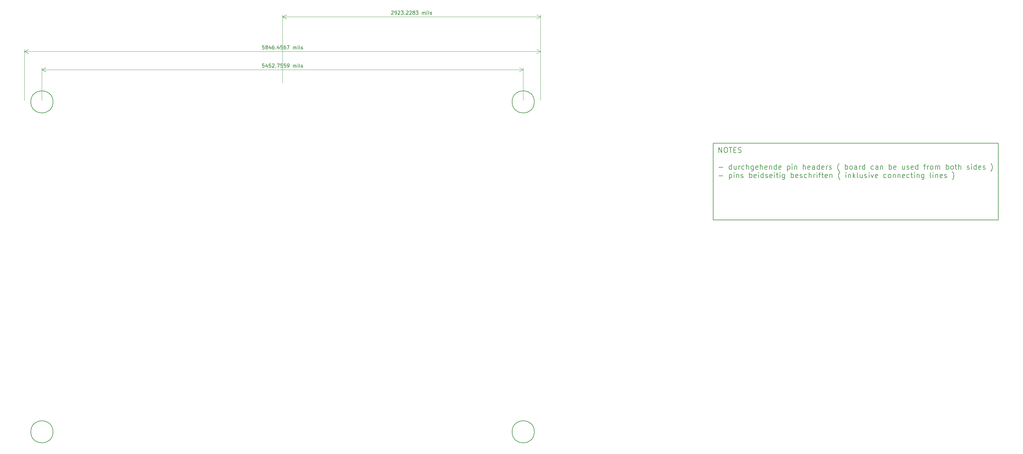
<source format=gbr>
%TF.GenerationSoftware,KiCad,Pcbnew,9.0.0*%
%TF.CreationDate,2025-02-25T12:08:00+01:00*%
%TF.ProjectId,KLST_PANDA_PROTO,4b4c5354-5f50-4414-9e44-415f50524f54,rev?*%
%TF.SameCoordinates,Original*%
%TF.FileFunction,Other,Comment*%
%FSLAX46Y46*%
G04 Gerber Fmt 4.6, Leading zero omitted, Abs format (unit mm)*
G04 Created by KiCad (PCBNEW 9.0.0) date 2025-02-25 12:08:00*
%MOMM*%
%LPD*%
G01*
G04 APERTURE LIST*
%ADD10C,0.187500*%
%ADD11C,0.200000*%
%ADD12C,0.150000*%
%ADD13C,0.100000*%
G04 APERTURE END LIST*
D10*
X299807497Y-69595678D02*
X299807497Y-68095678D01*
X299807497Y-68095678D02*
X300664640Y-69595678D01*
X300664640Y-69595678D02*
X300664640Y-68095678D01*
X301664641Y-68095678D02*
X301950355Y-68095678D01*
X301950355Y-68095678D02*
X302093212Y-68167107D01*
X302093212Y-68167107D02*
X302236069Y-68309964D01*
X302236069Y-68309964D02*
X302307498Y-68595678D01*
X302307498Y-68595678D02*
X302307498Y-69095678D01*
X302307498Y-69095678D02*
X302236069Y-69381392D01*
X302236069Y-69381392D02*
X302093212Y-69524250D01*
X302093212Y-69524250D02*
X301950355Y-69595678D01*
X301950355Y-69595678D02*
X301664641Y-69595678D01*
X301664641Y-69595678D02*
X301521784Y-69524250D01*
X301521784Y-69524250D02*
X301378926Y-69381392D01*
X301378926Y-69381392D02*
X301307498Y-69095678D01*
X301307498Y-69095678D02*
X301307498Y-68595678D01*
X301307498Y-68595678D02*
X301378926Y-68309964D01*
X301378926Y-68309964D02*
X301521784Y-68167107D01*
X301521784Y-68167107D02*
X301664641Y-68095678D01*
X302736070Y-68095678D02*
X303593213Y-68095678D01*
X303164641Y-69595678D02*
X303164641Y-68095678D01*
X304093212Y-68809964D02*
X304593212Y-68809964D01*
X304807498Y-69595678D02*
X304093212Y-69595678D01*
X304093212Y-69595678D02*
X304093212Y-68095678D01*
X304093212Y-68095678D02*
X304807498Y-68095678D01*
X305378927Y-69524250D02*
X305593213Y-69595678D01*
X305593213Y-69595678D02*
X305950355Y-69595678D01*
X305950355Y-69595678D02*
X306093213Y-69524250D01*
X306093213Y-69524250D02*
X306164641Y-69452821D01*
X306164641Y-69452821D02*
X306236070Y-69309964D01*
X306236070Y-69309964D02*
X306236070Y-69167107D01*
X306236070Y-69167107D02*
X306164641Y-69024250D01*
X306164641Y-69024250D02*
X306093213Y-68952821D01*
X306093213Y-68952821D02*
X305950355Y-68881392D01*
X305950355Y-68881392D02*
X305664641Y-68809964D01*
X305664641Y-68809964D02*
X305521784Y-68738535D01*
X305521784Y-68738535D02*
X305450355Y-68667107D01*
X305450355Y-68667107D02*
X305378927Y-68524250D01*
X305378927Y-68524250D02*
X305378927Y-68381392D01*
X305378927Y-68381392D02*
X305450355Y-68238535D01*
X305450355Y-68238535D02*
X305521784Y-68167107D01*
X305521784Y-68167107D02*
X305664641Y-68095678D01*
X305664641Y-68095678D02*
X306021784Y-68095678D01*
X306021784Y-68095678D02*
X306236070Y-68167107D01*
X299807497Y-73854082D02*
X300950355Y-73854082D01*
X303450355Y-74425510D02*
X303450355Y-72925510D01*
X303450355Y-74354082D02*
X303307497Y-74425510D01*
X303307497Y-74425510D02*
X303021783Y-74425510D01*
X303021783Y-74425510D02*
X302878926Y-74354082D01*
X302878926Y-74354082D02*
X302807497Y-74282653D01*
X302807497Y-74282653D02*
X302736069Y-74139796D01*
X302736069Y-74139796D02*
X302736069Y-73711224D01*
X302736069Y-73711224D02*
X302807497Y-73568367D01*
X302807497Y-73568367D02*
X302878926Y-73496939D01*
X302878926Y-73496939D02*
X303021783Y-73425510D01*
X303021783Y-73425510D02*
X303307497Y-73425510D01*
X303307497Y-73425510D02*
X303450355Y-73496939D01*
X304807498Y-73425510D02*
X304807498Y-74425510D01*
X304164640Y-73425510D02*
X304164640Y-74211224D01*
X304164640Y-74211224D02*
X304236069Y-74354082D01*
X304236069Y-74354082D02*
X304378926Y-74425510D01*
X304378926Y-74425510D02*
X304593212Y-74425510D01*
X304593212Y-74425510D02*
X304736069Y-74354082D01*
X304736069Y-74354082D02*
X304807498Y-74282653D01*
X305521783Y-74425510D02*
X305521783Y-73425510D01*
X305521783Y-73711224D02*
X305593212Y-73568367D01*
X305593212Y-73568367D02*
X305664641Y-73496939D01*
X305664641Y-73496939D02*
X305807498Y-73425510D01*
X305807498Y-73425510D02*
X305950355Y-73425510D01*
X307093212Y-74354082D02*
X306950354Y-74425510D01*
X306950354Y-74425510D02*
X306664640Y-74425510D01*
X306664640Y-74425510D02*
X306521783Y-74354082D01*
X306521783Y-74354082D02*
X306450354Y-74282653D01*
X306450354Y-74282653D02*
X306378926Y-74139796D01*
X306378926Y-74139796D02*
X306378926Y-73711224D01*
X306378926Y-73711224D02*
X306450354Y-73568367D01*
X306450354Y-73568367D02*
X306521783Y-73496939D01*
X306521783Y-73496939D02*
X306664640Y-73425510D01*
X306664640Y-73425510D02*
X306950354Y-73425510D01*
X306950354Y-73425510D02*
X307093212Y-73496939D01*
X307736068Y-74425510D02*
X307736068Y-72925510D01*
X308378926Y-74425510D02*
X308378926Y-73639796D01*
X308378926Y-73639796D02*
X308307497Y-73496939D01*
X308307497Y-73496939D02*
X308164640Y-73425510D01*
X308164640Y-73425510D02*
X307950354Y-73425510D01*
X307950354Y-73425510D02*
X307807497Y-73496939D01*
X307807497Y-73496939D02*
X307736068Y-73568367D01*
X309736069Y-73425510D02*
X309736069Y-74639796D01*
X309736069Y-74639796D02*
X309664640Y-74782653D01*
X309664640Y-74782653D02*
X309593211Y-74854082D01*
X309593211Y-74854082D02*
X309450354Y-74925510D01*
X309450354Y-74925510D02*
X309236069Y-74925510D01*
X309236069Y-74925510D02*
X309093211Y-74854082D01*
X309736069Y-74354082D02*
X309593211Y-74425510D01*
X309593211Y-74425510D02*
X309307497Y-74425510D01*
X309307497Y-74425510D02*
X309164640Y-74354082D01*
X309164640Y-74354082D02*
X309093211Y-74282653D01*
X309093211Y-74282653D02*
X309021783Y-74139796D01*
X309021783Y-74139796D02*
X309021783Y-73711224D01*
X309021783Y-73711224D02*
X309093211Y-73568367D01*
X309093211Y-73568367D02*
X309164640Y-73496939D01*
X309164640Y-73496939D02*
X309307497Y-73425510D01*
X309307497Y-73425510D02*
X309593211Y-73425510D01*
X309593211Y-73425510D02*
X309736069Y-73496939D01*
X311021783Y-74354082D02*
X310878926Y-74425510D01*
X310878926Y-74425510D02*
X310593212Y-74425510D01*
X310593212Y-74425510D02*
X310450354Y-74354082D01*
X310450354Y-74354082D02*
X310378926Y-74211224D01*
X310378926Y-74211224D02*
X310378926Y-73639796D01*
X310378926Y-73639796D02*
X310450354Y-73496939D01*
X310450354Y-73496939D02*
X310593212Y-73425510D01*
X310593212Y-73425510D02*
X310878926Y-73425510D01*
X310878926Y-73425510D02*
X311021783Y-73496939D01*
X311021783Y-73496939D02*
X311093212Y-73639796D01*
X311093212Y-73639796D02*
X311093212Y-73782653D01*
X311093212Y-73782653D02*
X310378926Y-73925510D01*
X311736068Y-74425510D02*
X311736068Y-72925510D01*
X312378926Y-74425510D02*
X312378926Y-73639796D01*
X312378926Y-73639796D02*
X312307497Y-73496939D01*
X312307497Y-73496939D02*
X312164640Y-73425510D01*
X312164640Y-73425510D02*
X311950354Y-73425510D01*
X311950354Y-73425510D02*
X311807497Y-73496939D01*
X311807497Y-73496939D02*
X311736068Y-73568367D01*
X313664640Y-74354082D02*
X313521783Y-74425510D01*
X313521783Y-74425510D02*
X313236069Y-74425510D01*
X313236069Y-74425510D02*
X313093211Y-74354082D01*
X313093211Y-74354082D02*
X313021783Y-74211224D01*
X313021783Y-74211224D02*
X313021783Y-73639796D01*
X313021783Y-73639796D02*
X313093211Y-73496939D01*
X313093211Y-73496939D02*
X313236069Y-73425510D01*
X313236069Y-73425510D02*
X313521783Y-73425510D01*
X313521783Y-73425510D02*
X313664640Y-73496939D01*
X313664640Y-73496939D02*
X313736069Y-73639796D01*
X313736069Y-73639796D02*
X313736069Y-73782653D01*
X313736069Y-73782653D02*
X313021783Y-73925510D01*
X314378925Y-73425510D02*
X314378925Y-74425510D01*
X314378925Y-73568367D02*
X314450354Y-73496939D01*
X314450354Y-73496939D02*
X314593211Y-73425510D01*
X314593211Y-73425510D02*
X314807497Y-73425510D01*
X314807497Y-73425510D02*
X314950354Y-73496939D01*
X314950354Y-73496939D02*
X315021783Y-73639796D01*
X315021783Y-73639796D02*
X315021783Y-74425510D01*
X316378926Y-74425510D02*
X316378926Y-72925510D01*
X316378926Y-74354082D02*
X316236068Y-74425510D01*
X316236068Y-74425510D02*
X315950354Y-74425510D01*
X315950354Y-74425510D02*
X315807497Y-74354082D01*
X315807497Y-74354082D02*
X315736068Y-74282653D01*
X315736068Y-74282653D02*
X315664640Y-74139796D01*
X315664640Y-74139796D02*
X315664640Y-73711224D01*
X315664640Y-73711224D02*
X315736068Y-73568367D01*
X315736068Y-73568367D02*
X315807497Y-73496939D01*
X315807497Y-73496939D02*
X315950354Y-73425510D01*
X315950354Y-73425510D02*
X316236068Y-73425510D01*
X316236068Y-73425510D02*
X316378926Y-73496939D01*
X317664640Y-74354082D02*
X317521783Y-74425510D01*
X317521783Y-74425510D02*
X317236069Y-74425510D01*
X317236069Y-74425510D02*
X317093211Y-74354082D01*
X317093211Y-74354082D02*
X317021783Y-74211224D01*
X317021783Y-74211224D02*
X317021783Y-73639796D01*
X317021783Y-73639796D02*
X317093211Y-73496939D01*
X317093211Y-73496939D02*
X317236069Y-73425510D01*
X317236069Y-73425510D02*
X317521783Y-73425510D01*
X317521783Y-73425510D02*
X317664640Y-73496939D01*
X317664640Y-73496939D02*
X317736069Y-73639796D01*
X317736069Y-73639796D02*
X317736069Y-73782653D01*
X317736069Y-73782653D02*
X317021783Y-73925510D01*
X319521782Y-73425510D02*
X319521782Y-74925510D01*
X319521782Y-73496939D02*
X319664640Y-73425510D01*
X319664640Y-73425510D02*
X319950354Y-73425510D01*
X319950354Y-73425510D02*
X320093211Y-73496939D01*
X320093211Y-73496939D02*
X320164640Y-73568367D01*
X320164640Y-73568367D02*
X320236068Y-73711224D01*
X320236068Y-73711224D02*
X320236068Y-74139796D01*
X320236068Y-74139796D02*
X320164640Y-74282653D01*
X320164640Y-74282653D02*
X320093211Y-74354082D01*
X320093211Y-74354082D02*
X319950354Y-74425510D01*
X319950354Y-74425510D02*
X319664640Y-74425510D01*
X319664640Y-74425510D02*
X319521782Y-74354082D01*
X320878925Y-74425510D02*
X320878925Y-73425510D01*
X320878925Y-72925510D02*
X320807497Y-72996939D01*
X320807497Y-72996939D02*
X320878925Y-73068367D01*
X320878925Y-73068367D02*
X320950354Y-72996939D01*
X320950354Y-72996939D02*
X320878925Y-72925510D01*
X320878925Y-72925510D02*
X320878925Y-73068367D01*
X321593211Y-73425510D02*
X321593211Y-74425510D01*
X321593211Y-73568367D02*
X321664640Y-73496939D01*
X321664640Y-73496939D02*
X321807497Y-73425510D01*
X321807497Y-73425510D02*
X322021783Y-73425510D01*
X322021783Y-73425510D02*
X322164640Y-73496939D01*
X322164640Y-73496939D02*
X322236069Y-73639796D01*
X322236069Y-73639796D02*
X322236069Y-74425510D01*
X324093211Y-74425510D02*
X324093211Y-72925510D01*
X324736069Y-74425510D02*
X324736069Y-73639796D01*
X324736069Y-73639796D02*
X324664640Y-73496939D01*
X324664640Y-73496939D02*
X324521783Y-73425510D01*
X324521783Y-73425510D02*
X324307497Y-73425510D01*
X324307497Y-73425510D02*
X324164640Y-73496939D01*
X324164640Y-73496939D02*
X324093211Y-73568367D01*
X326021783Y-74354082D02*
X325878926Y-74425510D01*
X325878926Y-74425510D02*
X325593212Y-74425510D01*
X325593212Y-74425510D02*
X325450354Y-74354082D01*
X325450354Y-74354082D02*
X325378926Y-74211224D01*
X325378926Y-74211224D02*
X325378926Y-73639796D01*
X325378926Y-73639796D02*
X325450354Y-73496939D01*
X325450354Y-73496939D02*
X325593212Y-73425510D01*
X325593212Y-73425510D02*
X325878926Y-73425510D01*
X325878926Y-73425510D02*
X326021783Y-73496939D01*
X326021783Y-73496939D02*
X326093212Y-73639796D01*
X326093212Y-73639796D02*
X326093212Y-73782653D01*
X326093212Y-73782653D02*
X325378926Y-73925510D01*
X327378926Y-74425510D02*
X327378926Y-73639796D01*
X327378926Y-73639796D02*
X327307497Y-73496939D01*
X327307497Y-73496939D02*
X327164640Y-73425510D01*
X327164640Y-73425510D02*
X326878926Y-73425510D01*
X326878926Y-73425510D02*
X326736068Y-73496939D01*
X327378926Y-74354082D02*
X327236068Y-74425510D01*
X327236068Y-74425510D02*
X326878926Y-74425510D01*
X326878926Y-74425510D02*
X326736068Y-74354082D01*
X326736068Y-74354082D02*
X326664640Y-74211224D01*
X326664640Y-74211224D02*
X326664640Y-74068367D01*
X326664640Y-74068367D02*
X326736068Y-73925510D01*
X326736068Y-73925510D02*
X326878926Y-73854082D01*
X326878926Y-73854082D02*
X327236068Y-73854082D01*
X327236068Y-73854082D02*
X327378926Y-73782653D01*
X328736069Y-74425510D02*
X328736069Y-72925510D01*
X328736069Y-74354082D02*
X328593211Y-74425510D01*
X328593211Y-74425510D02*
X328307497Y-74425510D01*
X328307497Y-74425510D02*
X328164640Y-74354082D01*
X328164640Y-74354082D02*
X328093211Y-74282653D01*
X328093211Y-74282653D02*
X328021783Y-74139796D01*
X328021783Y-74139796D02*
X328021783Y-73711224D01*
X328021783Y-73711224D02*
X328093211Y-73568367D01*
X328093211Y-73568367D02*
X328164640Y-73496939D01*
X328164640Y-73496939D02*
X328307497Y-73425510D01*
X328307497Y-73425510D02*
X328593211Y-73425510D01*
X328593211Y-73425510D02*
X328736069Y-73496939D01*
X330021783Y-74354082D02*
X329878926Y-74425510D01*
X329878926Y-74425510D02*
X329593212Y-74425510D01*
X329593212Y-74425510D02*
X329450354Y-74354082D01*
X329450354Y-74354082D02*
X329378926Y-74211224D01*
X329378926Y-74211224D02*
X329378926Y-73639796D01*
X329378926Y-73639796D02*
X329450354Y-73496939D01*
X329450354Y-73496939D02*
X329593212Y-73425510D01*
X329593212Y-73425510D02*
X329878926Y-73425510D01*
X329878926Y-73425510D02*
X330021783Y-73496939D01*
X330021783Y-73496939D02*
X330093212Y-73639796D01*
X330093212Y-73639796D02*
X330093212Y-73782653D01*
X330093212Y-73782653D02*
X329378926Y-73925510D01*
X330736068Y-74425510D02*
X330736068Y-73425510D01*
X330736068Y-73711224D02*
X330807497Y-73568367D01*
X330807497Y-73568367D02*
X330878926Y-73496939D01*
X330878926Y-73496939D02*
X331021783Y-73425510D01*
X331021783Y-73425510D02*
X331164640Y-73425510D01*
X331593211Y-74354082D02*
X331736068Y-74425510D01*
X331736068Y-74425510D02*
X332021782Y-74425510D01*
X332021782Y-74425510D02*
X332164639Y-74354082D01*
X332164639Y-74354082D02*
X332236068Y-74211224D01*
X332236068Y-74211224D02*
X332236068Y-74139796D01*
X332236068Y-74139796D02*
X332164639Y-73996939D01*
X332164639Y-73996939D02*
X332021782Y-73925510D01*
X332021782Y-73925510D02*
X331807497Y-73925510D01*
X331807497Y-73925510D02*
X331664639Y-73854082D01*
X331664639Y-73854082D02*
X331593211Y-73711224D01*
X331593211Y-73711224D02*
X331593211Y-73639796D01*
X331593211Y-73639796D02*
X331664639Y-73496939D01*
X331664639Y-73496939D02*
X331807497Y-73425510D01*
X331807497Y-73425510D02*
X332021782Y-73425510D01*
X332021782Y-73425510D02*
X332164639Y-73496939D01*
X334450354Y-74996939D02*
X334378925Y-74925510D01*
X334378925Y-74925510D02*
X334236068Y-74711224D01*
X334236068Y-74711224D02*
X334164640Y-74568367D01*
X334164640Y-74568367D02*
X334093211Y-74354082D01*
X334093211Y-74354082D02*
X334021782Y-73996939D01*
X334021782Y-73996939D02*
X334021782Y-73711224D01*
X334021782Y-73711224D02*
X334093211Y-73354082D01*
X334093211Y-73354082D02*
X334164640Y-73139796D01*
X334164640Y-73139796D02*
X334236068Y-72996939D01*
X334236068Y-72996939D02*
X334378925Y-72782653D01*
X334378925Y-72782653D02*
X334450354Y-72711224D01*
X336164639Y-74425510D02*
X336164639Y-72925510D01*
X336164639Y-73496939D02*
X336307497Y-73425510D01*
X336307497Y-73425510D02*
X336593211Y-73425510D01*
X336593211Y-73425510D02*
X336736068Y-73496939D01*
X336736068Y-73496939D02*
X336807497Y-73568367D01*
X336807497Y-73568367D02*
X336878925Y-73711224D01*
X336878925Y-73711224D02*
X336878925Y-74139796D01*
X336878925Y-74139796D02*
X336807497Y-74282653D01*
X336807497Y-74282653D02*
X336736068Y-74354082D01*
X336736068Y-74354082D02*
X336593211Y-74425510D01*
X336593211Y-74425510D02*
X336307497Y-74425510D01*
X336307497Y-74425510D02*
X336164639Y-74354082D01*
X337736068Y-74425510D02*
X337593211Y-74354082D01*
X337593211Y-74354082D02*
X337521782Y-74282653D01*
X337521782Y-74282653D02*
X337450354Y-74139796D01*
X337450354Y-74139796D02*
X337450354Y-73711224D01*
X337450354Y-73711224D02*
X337521782Y-73568367D01*
X337521782Y-73568367D02*
X337593211Y-73496939D01*
X337593211Y-73496939D02*
X337736068Y-73425510D01*
X337736068Y-73425510D02*
X337950354Y-73425510D01*
X337950354Y-73425510D02*
X338093211Y-73496939D01*
X338093211Y-73496939D02*
X338164640Y-73568367D01*
X338164640Y-73568367D02*
X338236068Y-73711224D01*
X338236068Y-73711224D02*
X338236068Y-74139796D01*
X338236068Y-74139796D02*
X338164640Y-74282653D01*
X338164640Y-74282653D02*
X338093211Y-74354082D01*
X338093211Y-74354082D02*
X337950354Y-74425510D01*
X337950354Y-74425510D02*
X337736068Y-74425510D01*
X339521783Y-74425510D02*
X339521783Y-73639796D01*
X339521783Y-73639796D02*
X339450354Y-73496939D01*
X339450354Y-73496939D02*
X339307497Y-73425510D01*
X339307497Y-73425510D02*
X339021783Y-73425510D01*
X339021783Y-73425510D02*
X338878925Y-73496939D01*
X339521783Y-74354082D02*
X339378925Y-74425510D01*
X339378925Y-74425510D02*
X339021783Y-74425510D01*
X339021783Y-74425510D02*
X338878925Y-74354082D01*
X338878925Y-74354082D02*
X338807497Y-74211224D01*
X338807497Y-74211224D02*
X338807497Y-74068367D01*
X338807497Y-74068367D02*
X338878925Y-73925510D01*
X338878925Y-73925510D02*
X339021783Y-73854082D01*
X339021783Y-73854082D02*
X339378925Y-73854082D01*
X339378925Y-73854082D02*
X339521783Y-73782653D01*
X340236068Y-74425510D02*
X340236068Y-73425510D01*
X340236068Y-73711224D02*
X340307497Y-73568367D01*
X340307497Y-73568367D02*
X340378926Y-73496939D01*
X340378926Y-73496939D02*
X340521783Y-73425510D01*
X340521783Y-73425510D02*
X340664640Y-73425510D01*
X341807497Y-74425510D02*
X341807497Y-72925510D01*
X341807497Y-74354082D02*
X341664639Y-74425510D01*
X341664639Y-74425510D02*
X341378925Y-74425510D01*
X341378925Y-74425510D02*
X341236068Y-74354082D01*
X341236068Y-74354082D02*
X341164639Y-74282653D01*
X341164639Y-74282653D02*
X341093211Y-74139796D01*
X341093211Y-74139796D02*
X341093211Y-73711224D01*
X341093211Y-73711224D02*
X341164639Y-73568367D01*
X341164639Y-73568367D02*
X341236068Y-73496939D01*
X341236068Y-73496939D02*
X341378925Y-73425510D01*
X341378925Y-73425510D02*
X341664639Y-73425510D01*
X341664639Y-73425510D02*
X341807497Y-73496939D01*
X344307497Y-74354082D02*
X344164639Y-74425510D01*
X344164639Y-74425510D02*
X343878925Y-74425510D01*
X343878925Y-74425510D02*
X343736068Y-74354082D01*
X343736068Y-74354082D02*
X343664639Y-74282653D01*
X343664639Y-74282653D02*
X343593211Y-74139796D01*
X343593211Y-74139796D02*
X343593211Y-73711224D01*
X343593211Y-73711224D02*
X343664639Y-73568367D01*
X343664639Y-73568367D02*
X343736068Y-73496939D01*
X343736068Y-73496939D02*
X343878925Y-73425510D01*
X343878925Y-73425510D02*
X344164639Y-73425510D01*
X344164639Y-73425510D02*
X344307497Y-73496939D01*
X345593211Y-74425510D02*
X345593211Y-73639796D01*
X345593211Y-73639796D02*
X345521782Y-73496939D01*
X345521782Y-73496939D02*
X345378925Y-73425510D01*
X345378925Y-73425510D02*
X345093211Y-73425510D01*
X345093211Y-73425510D02*
X344950353Y-73496939D01*
X345593211Y-74354082D02*
X345450353Y-74425510D01*
X345450353Y-74425510D02*
X345093211Y-74425510D01*
X345093211Y-74425510D02*
X344950353Y-74354082D01*
X344950353Y-74354082D02*
X344878925Y-74211224D01*
X344878925Y-74211224D02*
X344878925Y-74068367D01*
X344878925Y-74068367D02*
X344950353Y-73925510D01*
X344950353Y-73925510D02*
X345093211Y-73854082D01*
X345093211Y-73854082D02*
X345450353Y-73854082D01*
X345450353Y-73854082D02*
X345593211Y-73782653D01*
X346307496Y-73425510D02*
X346307496Y-74425510D01*
X346307496Y-73568367D02*
X346378925Y-73496939D01*
X346378925Y-73496939D02*
X346521782Y-73425510D01*
X346521782Y-73425510D02*
X346736068Y-73425510D01*
X346736068Y-73425510D02*
X346878925Y-73496939D01*
X346878925Y-73496939D02*
X346950354Y-73639796D01*
X346950354Y-73639796D02*
X346950354Y-74425510D01*
X348807496Y-74425510D02*
X348807496Y-72925510D01*
X348807496Y-73496939D02*
X348950354Y-73425510D01*
X348950354Y-73425510D02*
X349236068Y-73425510D01*
X349236068Y-73425510D02*
X349378925Y-73496939D01*
X349378925Y-73496939D02*
X349450354Y-73568367D01*
X349450354Y-73568367D02*
X349521782Y-73711224D01*
X349521782Y-73711224D02*
X349521782Y-74139796D01*
X349521782Y-74139796D02*
X349450354Y-74282653D01*
X349450354Y-74282653D02*
X349378925Y-74354082D01*
X349378925Y-74354082D02*
X349236068Y-74425510D01*
X349236068Y-74425510D02*
X348950354Y-74425510D01*
X348950354Y-74425510D02*
X348807496Y-74354082D01*
X350736068Y-74354082D02*
X350593211Y-74425510D01*
X350593211Y-74425510D02*
X350307497Y-74425510D01*
X350307497Y-74425510D02*
X350164639Y-74354082D01*
X350164639Y-74354082D02*
X350093211Y-74211224D01*
X350093211Y-74211224D02*
X350093211Y-73639796D01*
X350093211Y-73639796D02*
X350164639Y-73496939D01*
X350164639Y-73496939D02*
X350307497Y-73425510D01*
X350307497Y-73425510D02*
X350593211Y-73425510D01*
X350593211Y-73425510D02*
X350736068Y-73496939D01*
X350736068Y-73496939D02*
X350807497Y-73639796D01*
X350807497Y-73639796D02*
X350807497Y-73782653D01*
X350807497Y-73782653D02*
X350093211Y-73925510D01*
X353236068Y-73425510D02*
X353236068Y-74425510D01*
X352593210Y-73425510D02*
X352593210Y-74211224D01*
X352593210Y-74211224D02*
X352664639Y-74354082D01*
X352664639Y-74354082D02*
X352807496Y-74425510D01*
X352807496Y-74425510D02*
X353021782Y-74425510D01*
X353021782Y-74425510D02*
X353164639Y-74354082D01*
X353164639Y-74354082D02*
X353236068Y-74282653D01*
X353878925Y-74354082D02*
X354021782Y-74425510D01*
X354021782Y-74425510D02*
X354307496Y-74425510D01*
X354307496Y-74425510D02*
X354450353Y-74354082D01*
X354450353Y-74354082D02*
X354521782Y-74211224D01*
X354521782Y-74211224D02*
X354521782Y-74139796D01*
X354521782Y-74139796D02*
X354450353Y-73996939D01*
X354450353Y-73996939D02*
X354307496Y-73925510D01*
X354307496Y-73925510D02*
X354093211Y-73925510D01*
X354093211Y-73925510D02*
X353950353Y-73854082D01*
X353950353Y-73854082D02*
X353878925Y-73711224D01*
X353878925Y-73711224D02*
X353878925Y-73639796D01*
X353878925Y-73639796D02*
X353950353Y-73496939D01*
X353950353Y-73496939D02*
X354093211Y-73425510D01*
X354093211Y-73425510D02*
X354307496Y-73425510D01*
X354307496Y-73425510D02*
X354450353Y-73496939D01*
X355736068Y-74354082D02*
X355593211Y-74425510D01*
X355593211Y-74425510D02*
X355307497Y-74425510D01*
X355307497Y-74425510D02*
X355164639Y-74354082D01*
X355164639Y-74354082D02*
X355093211Y-74211224D01*
X355093211Y-74211224D02*
X355093211Y-73639796D01*
X355093211Y-73639796D02*
X355164639Y-73496939D01*
X355164639Y-73496939D02*
X355307497Y-73425510D01*
X355307497Y-73425510D02*
X355593211Y-73425510D01*
X355593211Y-73425510D02*
X355736068Y-73496939D01*
X355736068Y-73496939D02*
X355807497Y-73639796D01*
X355807497Y-73639796D02*
X355807497Y-73782653D01*
X355807497Y-73782653D02*
X355093211Y-73925510D01*
X357093211Y-74425510D02*
X357093211Y-72925510D01*
X357093211Y-74354082D02*
X356950353Y-74425510D01*
X356950353Y-74425510D02*
X356664639Y-74425510D01*
X356664639Y-74425510D02*
X356521782Y-74354082D01*
X356521782Y-74354082D02*
X356450353Y-74282653D01*
X356450353Y-74282653D02*
X356378925Y-74139796D01*
X356378925Y-74139796D02*
X356378925Y-73711224D01*
X356378925Y-73711224D02*
X356450353Y-73568367D01*
X356450353Y-73568367D02*
X356521782Y-73496939D01*
X356521782Y-73496939D02*
X356664639Y-73425510D01*
X356664639Y-73425510D02*
X356950353Y-73425510D01*
X356950353Y-73425510D02*
X357093211Y-73496939D01*
X358736068Y-73425510D02*
X359307496Y-73425510D01*
X358950353Y-74425510D02*
X358950353Y-73139796D01*
X358950353Y-73139796D02*
X359021782Y-72996939D01*
X359021782Y-72996939D02*
X359164639Y-72925510D01*
X359164639Y-72925510D02*
X359307496Y-72925510D01*
X359807496Y-74425510D02*
X359807496Y-73425510D01*
X359807496Y-73711224D02*
X359878925Y-73568367D01*
X359878925Y-73568367D02*
X359950354Y-73496939D01*
X359950354Y-73496939D02*
X360093211Y-73425510D01*
X360093211Y-73425510D02*
X360236068Y-73425510D01*
X360950353Y-74425510D02*
X360807496Y-74354082D01*
X360807496Y-74354082D02*
X360736067Y-74282653D01*
X360736067Y-74282653D02*
X360664639Y-74139796D01*
X360664639Y-74139796D02*
X360664639Y-73711224D01*
X360664639Y-73711224D02*
X360736067Y-73568367D01*
X360736067Y-73568367D02*
X360807496Y-73496939D01*
X360807496Y-73496939D02*
X360950353Y-73425510D01*
X360950353Y-73425510D02*
X361164639Y-73425510D01*
X361164639Y-73425510D02*
X361307496Y-73496939D01*
X361307496Y-73496939D02*
X361378925Y-73568367D01*
X361378925Y-73568367D02*
X361450353Y-73711224D01*
X361450353Y-73711224D02*
X361450353Y-74139796D01*
X361450353Y-74139796D02*
X361378925Y-74282653D01*
X361378925Y-74282653D02*
X361307496Y-74354082D01*
X361307496Y-74354082D02*
X361164639Y-74425510D01*
X361164639Y-74425510D02*
X360950353Y-74425510D01*
X362093210Y-74425510D02*
X362093210Y-73425510D01*
X362093210Y-73568367D02*
X362164639Y-73496939D01*
X362164639Y-73496939D02*
X362307496Y-73425510D01*
X362307496Y-73425510D02*
X362521782Y-73425510D01*
X362521782Y-73425510D02*
X362664639Y-73496939D01*
X362664639Y-73496939D02*
X362736068Y-73639796D01*
X362736068Y-73639796D02*
X362736068Y-74425510D01*
X362736068Y-73639796D02*
X362807496Y-73496939D01*
X362807496Y-73496939D02*
X362950353Y-73425510D01*
X362950353Y-73425510D02*
X363164639Y-73425510D01*
X363164639Y-73425510D02*
X363307496Y-73496939D01*
X363307496Y-73496939D02*
X363378925Y-73639796D01*
X363378925Y-73639796D02*
X363378925Y-74425510D01*
X365236067Y-74425510D02*
X365236067Y-72925510D01*
X365236067Y-73496939D02*
X365378925Y-73425510D01*
X365378925Y-73425510D02*
X365664639Y-73425510D01*
X365664639Y-73425510D02*
X365807496Y-73496939D01*
X365807496Y-73496939D02*
X365878925Y-73568367D01*
X365878925Y-73568367D02*
X365950353Y-73711224D01*
X365950353Y-73711224D02*
X365950353Y-74139796D01*
X365950353Y-74139796D02*
X365878925Y-74282653D01*
X365878925Y-74282653D02*
X365807496Y-74354082D01*
X365807496Y-74354082D02*
X365664639Y-74425510D01*
X365664639Y-74425510D02*
X365378925Y-74425510D01*
X365378925Y-74425510D02*
X365236067Y-74354082D01*
X366807496Y-74425510D02*
X366664639Y-74354082D01*
X366664639Y-74354082D02*
X366593210Y-74282653D01*
X366593210Y-74282653D02*
X366521782Y-74139796D01*
X366521782Y-74139796D02*
X366521782Y-73711224D01*
X366521782Y-73711224D02*
X366593210Y-73568367D01*
X366593210Y-73568367D02*
X366664639Y-73496939D01*
X366664639Y-73496939D02*
X366807496Y-73425510D01*
X366807496Y-73425510D02*
X367021782Y-73425510D01*
X367021782Y-73425510D02*
X367164639Y-73496939D01*
X367164639Y-73496939D02*
X367236068Y-73568367D01*
X367236068Y-73568367D02*
X367307496Y-73711224D01*
X367307496Y-73711224D02*
X367307496Y-74139796D01*
X367307496Y-74139796D02*
X367236068Y-74282653D01*
X367236068Y-74282653D02*
X367164639Y-74354082D01*
X367164639Y-74354082D02*
X367021782Y-74425510D01*
X367021782Y-74425510D02*
X366807496Y-74425510D01*
X367736068Y-73425510D02*
X368307496Y-73425510D01*
X367950353Y-72925510D02*
X367950353Y-74211224D01*
X367950353Y-74211224D02*
X368021782Y-74354082D01*
X368021782Y-74354082D02*
X368164639Y-74425510D01*
X368164639Y-74425510D02*
X368307496Y-74425510D01*
X368807496Y-74425510D02*
X368807496Y-72925510D01*
X369450354Y-74425510D02*
X369450354Y-73639796D01*
X369450354Y-73639796D02*
X369378925Y-73496939D01*
X369378925Y-73496939D02*
X369236068Y-73425510D01*
X369236068Y-73425510D02*
X369021782Y-73425510D01*
X369021782Y-73425510D02*
X368878925Y-73496939D01*
X368878925Y-73496939D02*
X368807496Y-73568367D01*
X371236068Y-74354082D02*
X371378925Y-74425510D01*
X371378925Y-74425510D02*
X371664639Y-74425510D01*
X371664639Y-74425510D02*
X371807496Y-74354082D01*
X371807496Y-74354082D02*
X371878925Y-74211224D01*
X371878925Y-74211224D02*
X371878925Y-74139796D01*
X371878925Y-74139796D02*
X371807496Y-73996939D01*
X371807496Y-73996939D02*
X371664639Y-73925510D01*
X371664639Y-73925510D02*
X371450354Y-73925510D01*
X371450354Y-73925510D02*
X371307496Y-73854082D01*
X371307496Y-73854082D02*
X371236068Y-73711224D01*
X371236068Y-73711224D02*
X371236068Y-73639796D01*
X371236068Y-73639796D02*
X371307496Y-73496939D01*
X371307496Y-73496939D02*
X371450354Y-73425510D01*
X371450354Y-73425510D02*
X371664639Y-73425510D01*
X371664639Y-73425510D02*
X371807496Y-73496939D01*
X372521782Y-74425510D02*
X372521782Y-73425510D01*
X372521782Y-72925510D02*
X372450354Y-72996939D01*
X372450354Y-72996939D02*
X372521782Y-73068367D01*
X372521782Y-73068367D02*
X372593211Y-72996939D01*
X372593211Y-72996939D02*
X372521782Y-72925510D01*
X372521782Y-72925510D02*
X372521782Y-73068367D01*
X373878926Y-74425510D02*
X373878926Y-72925510D01*
X373878926Y-74354082D02*
X373736068Y-74425510D01*
X373736068Y-74425510D02*
X373450354Y-74425510D01*
X373450354Y-74425510D02*
X373307497Y-74354082D01*
X373307497Y-74354082D02*
X373236068Y-74282653D01*
X373236068Y-74282653D02*
X373164640Y-74139796D01*
X373164640Y-74139796D02*
X373164640Y-73711224D01*
X373164640Y-73711224D02*
X373236068Y-73568367D01*
X373236068Y-73568367D02*
X373307497Y-73496939D01*
X373307497Y-73496939D02*
X373450354Y-73425510D01*
X373450354Y-73425510D02*
X373736068Y-73425510D01*
X373736068Y-73425510D02*
X373878926Y-73496939D01*
X375164640Y-74354082D02*
X375021783Y-74425510D01*
X375021783Y-74425510D02*
X374736069Y-74425510D01*
X374736069Y-74425510D02*
X374593211Y-74354082D01*
X374593211Y-74354082D02*
X374521783Y-74211224D01*
X374521783Y-74211224D02*
X374521783Y-73639796D01*
X374521783Y-73639796D02*
X374593211Y-73496939D01*
X374593211Y-73496939D02*
X374736069Y-73425510D01*
X374736069Y-73425510D02*
X375021783Y-73425510D01*
X375021783Y-73425510D02*
X375164640Y-73496939D01*
X375164640Y-73496939D02*
X375236069Y-73639796D01*
X375236069Y-73639796D02*
X375236069Y-73782653D01*
X375236069Y-73782653D02*
X374521783Y-73925510D01*
X375807497Y-74354082D02*
X375950354Y-74425510D01*
X375950354Y-74425510D02*
X376236068Y-74425510D01*
X376236068Y-74425510D02*
X376378925Y-74354082D01*
X376378925Y-74354082D02*
X376450354Y-74211224D01*
X376450354Y-74211224D02*
X376450354Y-74139796D01*
X376450354Y-74139796D02*
X376378925Y-73996939D01*
X376378925Y-73996939D02*
X376236068Y-73925510D01*
X376236068Y-73925510D02*
X376021783Y-73925510D01*
X376021783Y-73925510D02*
X375878925Y-73854082D01*
X375878925Y-73854082D02*
X375807497Y-73711224D01*
X375807497Y-73711224D02*
X375807497Y-73639796D01*
X375807497Y-73639796D02*
X375878925Y-73496939D01*
X375878925Y-73496939D02*
X376021783Y-73425510D01*
X376021783Y-73425510D02*
X376236068Y-73425510D01*
X376236068Y-73425510D02*
X376378925Y-73496939D01*
X378093211Y-74996939D02*
X378164640Y-74925510D01*
X378164640Y-74925510D02*
X378307497Y-74711224D01*
X378307497Y-74711224D02*
X378378926Y-74568367D01*
X378378926Y-74568367D02*
X378450354Y-74354082D01*
X378450354Y-74354082D02*
X378521783Y-73996939D01*
X378521783Y-73996939D02*
X378521783Y-73711224D01*
X378521783Y-73711224D02*
X378450354Y-73354082D01*
X378450354Y-73354082D02*
X378378926Y-73139796D01*
X378378926Y-73139796D02*
X378307497Y-72996939D01*
X378307497Y-72996939D02*
X378164640Y-72782653D01*
X378164640Y-72782653D02*
X378093211Y-72711224D01*
X299807497Y-76268998D02*
X300950355Y-76268998D01*
X302807497Y-75840426D02*
X302807497Y-77340426D01*
X302807497Y-75911855D02*
X302950355Y-75840426D01*
X302950355Y-75840426D02*
X303236069Y-75840426D01*
X303236069Y-75840426D02*
X303378926Y-75911855D01*
X303378926Y-75911855D02*
X303450355Y-75983283D01*
X303450355Y-75983283D02*
X303521783Y-76126140D01*
X303521783Y-76126140D02*
X303521783Y-76554712D01*
X303521783Y-76554712D02*
X303450355Y-76697569D01*
X303450355Y-76697569D02*
X303378926Y-76768998D01*
X303378926Y-76768998D02*
X303236069Y-76840426D01*
X303236069Y-76840426D02*
X302950355Y-76840426D01*
X302950355Y-76840426D02*
X302807497Y-76768998D01*
X304164640Y-76840426D02*
X304164640Y-75840426D01*
X304164640Y-75340426D02*
X304093212Y-75411855D01*
X304093212Y-75411855D02*
X304164640Y-75483283D01*
X304164640Y-75483283D02*
X304236069Y-75411855D01*
X304236069Y-75411855D02*
X304164640Y-75340426D01*
X304164640Y-75340426D02*
X304164640Y-75483283D01*
X304878926Y-75840426D02*
X304878926Y-76840426D01*
X304878926Y-75983283D02*
X304950355Y-75911855D01*
X304950355Y-75911855D02*
X305093212Y-75840426D01*
X305093212Y-75840426D02*
X305307498Y-75840426D01*
X305307498Y-75840426D02*
X305450355Y-75911855D01*
X305450355Y-75911855D02*
X305521784Y-76054712D01*
X305521784Y-76054712D02*
X305521784Y-76840426D01*
X306164641Y-76768998D02*
X306307498Y-76840426D01*
X306307498Y-76840426D02*
X306593212Y-76840426D01*
X306593212Y-76840426D02*
X306736069Y-76768998D01*
X306736069Y-76768998D02*
X306807498Y-76626140D01*
X306807498Y-76626140D02*
X306807498Y-76554712D01*
X306807498Y-76554712D02*
X306736069Y-76411855D01*
X306736069Y-76411855D02*
X306593212Y-76340426D01*
X306593212Y-76340426D02*
X306378927Y-76340426D01*
X306378927Y-76340426D02*
X306236069Y-76268998D01*
X306236069Y-76268998D02*
X306164641Y-76126140D01*
X306164641Y-76126140D02*
X306164641Y-76054712D01*
X306164641Y-76054712D02*
X306236069Y-75911855D01*
X306236069Y-75911855D02*
X306378927Y-75840426D01*
X306378927Y-75840426D02*
X306593212Y-75840426D01*
X306593212Y-75840426D02*
X306736069Y-75911855D01*
X308593212Y-76840426D02*
X308593212Y-75340426D01*
X308593212Y-75911855D02*
X308736070Y-75840426D01*
X308736070Y-75840426D02*
X309021784Y-75840426D01*
X309021784Y-75840426D02*
X309164641Y-75911855D01*
X309164641Y-75911855D02*
X309236070Y-75983283D01*
X309236070Y-75983283D02*
X309307498Y-76126140D01*
X309307498Y-76126140D02*
X309307498Y-76554712D01*
X309307498Y-76554712D02*
X309236070Y-76697569D01*
X309236070Y-76697569D02*
X309164641Y-76768998D01*
X309164641Y-76768998D02*
X309021784Y-76840426D01*
X309021784Y-76840426D02*
X308736070Y-76840426D01*
X308736070Y-76840426D02*
X308593212Y-76768998D01*
X310521784Y-76768998D02*
X310378927Y-76840426D01*
X310378927Y-76840426D02*
X310093213Y-76840426D01*
X310093213Y-76840426D02*
X309950355Y-76768998D01*
X309950355Y-76768998D02*
X309878927Y-76626140D01*
X309878927Y-76626140D02*
X309878927Y-76054712D01*
X309878927Y-76054712D02*
X309950355Y-75911855D01*
X309950355Y-75911855D02*
X310093213Y-75840426D01*
X310093213Y-75840426D02*
X310378927Y-75840426D01*
X310378927Y-75840426D02*
X310521784Y-75911855D01*
X310521784Y-75911855D02*
X310593213Y-76054712D01*
X310593213Y-76054712D02*
X310593213Y-76197569D01*
X310593213Y-76197569D02*
X309878927Y-76340426D01*
X311236069Y-76840426D02*
X311236069Y-75840426D01*
X311236069Y-75340426D02*
X311164641Y-75411855D01*
X311164641Y-75411855D02*
X311236069Y-75483283D01*
X311236069Y-75483283D02*
X311307498Y-75411855D01*
X311307498Y-75411855D02*
X311236069Y-75340426D01*
X311236069Y-75340426D02*
X311236069Y-75483283D01*
X312593213Y-76840426D02*
X312593213Y-75340426D01*
X312593213Y-76768998D02*
X312450355Y-76840426D01*
X312450355Y-76840426D02*
X312164641Y-76840426D01*
X312164641Y-76840426D02*
X312021784Y-76768998D01*
X312021784Y-76768998D02*
X311950355Y-76697569D01*
X311950355Y-76697569D02*
X311878927Y-76554712D01*
X311878927Y-76554712D02*
X311878927Y-76126140D01*
X311878927Y-76126140D02*
X311950355Y-75983283D01*
X311950355Y-75983283D02*
X312021784Y-75911855D01*
X312021784Y-75911855D02*
X312164641Y-75840426D01*
X312164641Y-75840426D02*
X312450355Y-75840426D01*
X312450355Y-75840426D02*
X312593213Y-75911855D01*
X313236070Y-76768998D02*
X313378927Y-76840426D01*
X313378927Y-76840426D02*
X313664641Y-76840426D01*
X313664641Y-76840426D02*
X313807498Y-76768998D01*
X313807498Y-76768998D02*
X313878927Y-76626140D01*
X313878927Y-76626140D02*
X313878927Y-76554712D01*
X313878927Y-76554712D02*
X313807498Y-76411855D01*
X313807498Y-76411855D02*
X313664641Y-76340426D01*
X313664641Y-76340426D02*
X313450356Y-76340426D01*
X313450356Y-76340426D02*
X313307498Y-76268998D01*
X313307498Y-76268998D02*
X313236070Y-76126140D01*
X313236070Y-76126140D02*
X313236070Y-76054712D01*
X313236070Y-76054712D02*
X313307498Y-75911855D01*
X313307498Y-75911855D02*
X313450356Y-75840426D01*
X313450356Y-75840426D02*
X313664641Y-75840426D01*
X313664641Y-75840426D02*
X313807498Y-75911855D01*
X315093213Y-76768998D02*
X314950356Y-76840426D01*
X314950356Y-76840426D02*
X314664642Y-76840426D01*
X314664642Y-76840426D02*
X314521784Y-76768998D01*
X314521784Y-76768998D02*
X314450356Y-76626140D01*
X314450356Y-76626140D02*
X314450356Y-76054712D01*
X314450356Y-76054712D02*
X314521784Y-75911855D01*
X314521784Y-75911855D02*
X314664642Y-75840426D01*
X314664642Y-75840426D02*
X314950356Y-75840426D01*
X314950356Y-75840426D02*
X315093213Y-75911855D01*
X315093213Y-75911855D02*
X315164642Y-76054712D01*
X315164642Y-76054712D02*
X315164642Y-76197569D01*
X315164642Y-76197569D02*
X314450356Y-76340426D01*
X315807498Y-76840426D02*
X315807498Y-75840426D01*
X315807498Y-75340426D02*
X315736070Y-75411855D01*
X315736070Y-75411855D02*
X315807498Y-75483283D01*
X315807498Y-75483283D02*
X315878927Y-75411855D01*
X315878927Y-75411855D02*
X315807498Y-75340426D01*
X315807498Y-75340426D02*
X315807498Y-75483283D01*
X316307499Y-75840426D02*
X316878927Y-75840426D01*
X316521784Y-75340426D02*
X316521784Y-76626140D01*
X316521784Y-76626140D02*
X316593213Y-76768998D01*
X316593213Y-76768998D02*
X316736070Y-76840426D01*
X316736070Y-76840426D02*
X316878927Y-76840426D01*
X317378927Y-76840426D02*
X317378927Y-75840426D01*
X317378927Y-75340426D02*
X317307499Y-75411855D01*
X317307499Y-75411855D02*
X317378927Y-75483283D01*
X317378927Y-75483283D02*
X317450356Y-75411855D01*
X317450356Y-75411855D02*
X317378927Y-75340426D01*
X317378927Y-75340426D02*
X317378927Y-75483283D01*
X318736071Y-75840426D02*
X318736071Y-77054712D01*
X318736071Y-77054712D02*
X318664642Y-77197569D01*
X318664642Y-77197569D02*
X318593213Y-77268998D01*
X318593213Y-77268998D02*
X318450356Y-77340426D01*
X318450356Y-77340426D02*
X318236071Y-77340426D01*
X318236071Y-77340426D02*
X318093213Y-77268998D01*
X318736071Y-76768998D02*
X318593213Y-76840426D01*
X318593213Y-76840426D02*
X318307499Y-76840426D01*
X318307499Y-76840426D02*
X318164642Y-76768998D01*
X318164642Y-76768998D02*
X318093213Y-76697569D01*
X318093213Y-76697569D02*
X318021785Y-76554712D01*
X318021785Y-76554712D02*
X318021785Y-76126140D01*
X318021785Y-76126140D02*
X318093213Y-75983283D01*
X318093213Y-75983283D02*
X318164642Y-75911855D01*
X318164642Y-75911855D02*
X318307499Y-75840426D01*
X318307499Y-75840426D02*
X318593213Y-75840426D01*
X318593213Y-75840426D02*
X318736071Y-75911855D01*
X320593213Y-76840426D02*
X320593213Y-75340426D01*
X320593213Y-75911855D02*
X320736071Y-75840426D01*
X320736071Y-75840426D02*
X321021785Y-75840426D01*
X321021785Y-75840426D02*
X321164642Y-75911855D01*
X321164642Y-75911855D02*
X321236071Y-75983283D01*
X321236071Y-75983283D02*
X321307499Y-76126140D01*
X321307499Y-76126140D02*
X321307499Y-76554712D01*
X321307499Y-76554712D02*
X321236071Y-76697569D01*
X321236071Y-76697569D02*
X321164642Y-76768998D01*
X321164642Y-76768998D02*
X321021785Y-76840426D01*
X321021785Y-76840426D02*
X320736071Y-76840426D01*
X320736071Y-76840426D02*
X320593213Y-76768998D01*
X322521785Y-76768998D02*
X322378928Y-76840426D01*
X322378928Y-76840426D02*
X322093214Y-76840426D01*
X322093214Y-76840426D02*
X321950356Y-76768998D01*
X321950356Y-76768998D02*
X321878928Y-76626140D01*
X321878928Y-76626140D02*
X321878928Y-76054712D01*
X321878928Y-76054712D02*
X321950356Y-75911855D01*
X321950356Y-75911855D02*
X322093214Y-75840426D01*
X322093214Y-75840426D02*
X322378928Y-75840426D01*
X322378928Y-75840426D02*
X322521785Y-75911855D01*
X322521785Y-75911855D02*
X322593214Y-76054712D01*
X322593214Y-76054712D02*
X322593214Y-76197569D01*
X322593214Y-76197569D02*
X321878928Y-76340426D01*
X323164642Y-76768998D02*
X323307499Y-76840426D01*
X323307499Y-76840426D02*
X323593213Y-76840426D01*
X323593213Y-76840426D02*
X323736070Y-76768998D01*
X323736070Y-76768998D02*
X323807499Y-76626140D01*
X323807499Y-76626140D02*
X323807499Y-76554712D01*
X323807499Y-76554712D02*
X323736070Y-76411855D01*
X323736070Y-76411855D02*
X323593213Y-76340426D01*
X323593213Y-76340426D02*
X323378928Y-76340426D01*
X323378928Y-76340426D02*
X323236070Y-76268998D01*
X323236070Y-76268998D02*
X323164642Y-76126140D01*
X323164642Y-76126140D02*
X323164642Y-76054712D01*
X323164642Y-76054712D02*
X323236070Y-75911855D01*
X323236070Y-75911855D02*
X323378928Y-75840426D01*
X323378928Y-75840426D02*
X323593213Y-75840426D01*
X323593213Y-75840426D02*
X323736070Y-75911855D01*
X325093214Y-76768998D02*
X324950356Y-76840426D01*
X324950356Y-76840426D02*
X324664642Y-76840426D01*
X324664642Y-76840426D02*
X324521785Y-76768998D01*
X324521785Y-76768998D02*
X324450356Y-76697569D01*
X324450356Y-76697569D02*
X324378928Y-76554712D01*
X324378928Y-76554712D02*
X324378928Y-76126140D01*
X324378928Y-76126140D02*
X324450356Y-75983283D01*
X324450356Y-75983283D02*
X324521785Y-75911855D01*
X324521785Y-75911855D02*
X324664642Y-75840426D01*
X324664642Y-75840426D02*
X324950356Y-75840426D01*
X324950356Y-75840426D02*
X325093214Y-75911855D01*
X325736070Y-76840426D02*
X325736070Y-75340426D01*
X326378928Y-76840426D02*
X326378928Y-76054712D01*
X326378928Y-76054712D02*
X326307499Y-75911855D01*
X326307499Y-75911855D02*
X326164642Y-75840426D01*
X326164642Y-75840426D02*
X325950356Y-75840426D01*
X325950356Y-75840426D02*
X325807499Y-75911855D01*
X325807499Y-75911855D02*
X325736070Y-75983283D01*
X327093213Y-76840426D02*
X327093213Y-75840426D01*
X327093213Y-76126140D02*
X327164642Y-75983283D01*
X327164642Y-75983283D02*
X327236071Y-75911855D01*
X327236071Y-75911855D02*
X327378928Y-75840426D01*
X327378928Y-75840426D02*
X327521785Y-75840426D01*
X328021784Y-76840426D02*
X328021784Y-75840426D01*
X328021784Y-75340426D02*
X327950356Y-75411855D01*
X327950356Y-75411855D02*
X328021784Y-75483283D01*
X328021784Y-75483283D02*
X328093213Y-75411855D01*
X328093213Y-75411855D02*
X328021784Y-75340426D01*
X328021784Y-75340426D02*
X328021784Y-75483283D01*
X328521785Y-75840426D02*
X329093213Y-75840426D01*
X328736070Y-76840426D02*
X328736070Y-75554712D01*
X328736070Y-75554712D02*
X328807499Y-75411855D01*
X328807499Y-75411855D02*
X328950356Y-75340426D01*
X328950356Y-75340426D02*
X329093213Y-75340426D01*
X329378928Y-75840426D02*
X329950356Y-75840426D01*
X329593213Y-75340426D02*
X329593213Y-76626140D01*
X329593213Y-76626140D02*
X329664642Y-76768998D01*
X329664642Y-76768998D02*
X329807499Y-76840426D01*
X329807499Y-76840426D02*
X329950356Y-76840426D01*
X331021785Y-76768998D02*
X330878928Y-76840426D01*
X330878928Y-76840426D02*
X330593214Y-76840426D01*
X330593214Y-76840426D02*
X330450356Y-76768998D01*
X330450356Y-76768998D02*
X330378928Y-76626140D01*
X330378928Y-76626140D02*
X330378928Y-76054712D01*
X330378928Y-76054712D02*
X330450356Y-75911855D01*
X330450356Y-75911855D02*
X330593214Y-75840426D01*
X330593214Y-75840426D02*
X330878928Y-75840426D01*
X330878928Y-75840426D02*
X331021785Y-75911855D01*
X331021785Y-75911855D02*
X331093214Y-76054712D01*
X331093214Y-76054712D02*
X331093214Y-76197569D01*
X331093214Y-76197569D02*
X330378928Y-76340426D01*
X331736070Y-75840426D02*
X331736070Y-76840426D01*
X331736070Y-75983283D02*
X331807499Y-75911855D01*
X331807499Y-75911855D02*
X331950356Y-75840426D01*
X331950356Y-75840426D02*
X332164642Y-75840426D01*
X332164642Y-75840426D02*
X332307499Y-75911855D01*
X332307499Y-75911855D02*
X332378928Y-76054712D01*
X332378928Y-76054712D02*
X332378928Y-76840426D01*
X334664642Y-77411855D02*
X334593213Y-77340426D01*
X334593213Y-77340426D02*
X334450356Y-77126140D01*
X334450356Y-77126140D02*
X334378928Y-76983283D01*
X334378928Y-76983283D02*
X334307499Y-76768998D01*
X334307499Y-76768998D02*
X334236070Y-76411855D01*
X334236070Y-76411855D02*
X334236070Y-76126140D01*
X334236070Y-76126140D02*
X334307499Y-75768998D01*
X334307499Y-75768998D02*
X334378928Y-75554712D01*
X334378928Y-75554712D02*
X334450356Y-75411855D01*
X334450356Y-75411855D02*
X334593213Y-75197569D01*
X334593213Y-75197569D02*
X334664642Y-75126140D01*
X336378927Y-76840426D02*
X336378927Y-75840426D01*
X336378927Y-75340426D02*
X336307499Y-75411855D01*
X336307499Y-75411855D02*
X336378927Y-75483283D01*
X336378927Y-75483283D02*
X336450356Y-75411855D01*
X336450356Y-75411855D02*
X336378927Y-75340426D01*
X336378927Y-75340426D02*
X336378927Y-75483283D01*
X337093213Y-75840426D02*
X337093213Y-76840426D01*
X337093213Y-75983283D02*
X337164642Y-75911855D01*
X337164642Y-75911855D02*
X337307499Y-75840426D01*
X337307499Y-75840426D02*
X337521785Y-75840426D01*
X337521785Y-75840426D02*
X337664642Y-75911855D01*
X337664642Y-75911855D02*
X337736071Y-76054712D01*
X337736071Y-76054712D02*
X337736071Y-76840426D01*
X338450356Y-76840426D02*
X338450356Y-75340426D01*
X338593214Y-76268998D02*
X339021785Y-76840426D01*
X339021785Y-75840426D02*
X338450356Y-76411855D01*
X339878928Y-76840426D02*
X339736071Y-76768998D01*
X339736071Y-76768998D02*
X339664642Y-76626140D01*
X339664642Y-76626140D02*
X339664642Y-75340426D01*
X341093214Y-75840426D02*
X341093214Y-76840426D01*
X340450356Y-75840426D02*
X340450356Y-76626140D01*
X340450356Y-76626140D02*
X340521785Y-76768998D01*
X340521785Y-76768998D02*
X340664642Y-76840426D01*
X340664642Y-76840426D02*
X340878928Y-76840426D01*
X340878928Y-76840426D02*
X341021785Y-76768998D01*
X341021785Y-76768998D02*
X341093214Y-76697569D01*
X341736071Y-76768998D02*
X341878928Y-76840426D01*
X341878928Y-76840426D02*
X342164642Y-76840426D01*
X342164642Y-76840426D02*
X342307499Y-76768998D01*
X342307499Y-76768998D02*
X342378928Y-76626140D01*
X342378928Y-76626140D02*
X342378928Y-76554712D01*
X342378928Y-76554712D02*
X342307499Y-76411855D01*
X342307499Y-76411855D02*
X342164642Y-76340426D01*
X342164642Y-76340426D02*
X341950357Y-76340426D01*
X341950357Y-76340426D02*
X341807499Y-76268998D01*
X341807499Y-76268998D02*
X341736071Y-76126140D01*
X341736071Y-76126140D02*
X341736071Y-76054712D01*
X341736071Y-76054712D02*
X341807499Y-75911855D01*
X341807499Y-75911855D02*
X341950357Y-75840426D01*
X341950357Y-75840426D02*
X342164642Y-75840426D01*
X342164642Y-75840426D02*
X342307499Y-75911855D01*
X343021785Y-76840426D02*
X343021785Y-75840426D01*
X343021785Y-75340426D02*
X342950357Y-75411855D01*
X342950357Y-75411855D02*
X343021785Y-75483283D01*
X343021785Y-75483283D02*
X343093214Y-75411855D01*
X343093214Y-75411855D02*
X343021785Y-75340426D01*
X343021785Y-75340426D02*
X343021785Y-75483283D01*
X343593214Y-75840426D02*
X343950357Y-76840426D01*
X343950357Y-76840426D02*
X344307500Y-75840426D01*
X345450357Y-76768998D02*
X345307500Y-76840426D01*
X345307500Y-76840426D02*
X345021786Y-76840426D01*
X345021786Y-76840426D02*
X344878928Y-76768998D01*
X344878928Y-76768998D02*
X344807500Y-76626140D01*
X344807500Y-76626140D02*
X344807500Y-76054712D01*
X344807500Y-76054712D02*
X344878928Y-75911855D01*
X344878928Y-75911855D02*
X345021786Y-75840426D01*
X345021786Y-75840426D02*
X345307500Y-75840426D01*
X345307500Y-75840426D02*
X345450357Y-75911855D01*
X345450357Y-75911855D02*
X345521786Y-76054712D01*
X345521786Y-76054712D02*
X345521786Y-76197569D01*
X345521786Y-76197569D02*
X344807500Y-76340426D01*
X347950357Y-76768998D02*
X347807499Y-76840426D01*
X347807499Y-76840426D02*
X347521785Y-76840426D01*
X347521785Y-76840426D02*
X347378928Y-76768998D01*
X347378928Y-76768998D02*
X347307499Y-76697569D01*
X347307499Y-76697569D02*
X347236071Y-76554712D01*
X347236071Y-76554712D02*
X347236071Y-76126140D01*
X347236071Y-76126140D02*
X347307499Y-75983283D01*
X347307499Y-75983283D02*
X347378928Y-75911855D01*
X347378928Y-75911855D02*
X347521785Y-75840426D01*
X347521785Y-75840426D02*
X347807499Y-75840426D01*
X347807499Y-75840426D02*
X347950357Y-75911855D01*
X348807499Y-76840426D02*
X348664642Y-76768998D01*
X348664642Y-76768998D02*
X348593213Y-76697569D01*
X348593213Y-76697569D02*
X348521785Y-76554712D01*
X348521785Y-76554712D02*
X348521785Y-76126140D01*
X348521785Y-76126140D02*
X348593213Y-75983283D01*
X348593213Y-75983283D02*
X348664642Y-75911855D01*
X348664642Y-75911855D02*
X348807499Y-75840426D01*
X348807499Y-75840426D02*
X349021785Y-75840426D01*
X349021785Y-75840426D02*
X349164642Y-75911855D01*
X349164642Y-75911855D02*
X349236071Y-75983283D01*
X349236071Y-75983283D02*
X349307499Y-76126140D01*
X349307499Y-76126140D02*
X349307499Y-76554712D01*
X349307499Y-76554712D02*
X349236071Y-76697569D01*
X349236071Y-76697569D02*
X349164642Y-76768998D01*
X349164642Y-76768998D02*
X349021785Y-76840426D01*
X349021785Y-76840426D02*
X348807499Y-76840426D01*
X349950356Y-75840426D02*
X349950356Y-76840426D01*
X349950356Y-75983283D02*
X350021785Y-75911855D01*
X350021785Y-75911855D02*
X350164642Y-75840426D01*
X350164642Y-75840426D02*
X350378928Y-75840426D01*
X350378928Y-75840426D02*
X350521785Y-75911855D01*
X350521785Y-75911855D02*
X350593214Y-76054712D01*
X350593214Y-76054712D02*
X350593214Y-76840426D01*
X351307499Y-75840426D02*
X351307499Y-76840426D01*
X351307499Y-75983283D02*
X351378928Y-75911855D01*
X351378928Y-75911855D02*
X351521785Y-75840426D01*
X351521785Y-75840426D02*
X351736071Y-75840426D01*
X351736071Y-75840426D02*
X351878928Y-75911855D01*
X351878928Y-75911855D02*
X351950357Y-76054712D01*
X351950357Y-76054712D02*
X351950357Y-76840426D01*
X353236071Y-76768998D02*
X353093214Y-76840426D01*
X353093214Y-76840426D02*
X352807500Y-76840426D01*
X352807500Y-76840426D02*
X352664642Y-76768998D01*
X352664642Y-76768998D02*
X352593214Y-76626140D01*
X352593214Y-76626140D02*
X352593214Y-76054712D01*
X352593214Y-76054712D02*
X352664642Y-75911855D01*
X352664642Y-75911855D02*
X352807500Y-75840426D01*
X352807500Y-75840426D02*
X353093214Y-75840426D01*
X353093214Y-75840426D02*
X353236071Y-75911855D01*
X353236071Y-75911855D02*
X353307500Y-76054712D01*
X353307500Y-76054712D02*
X353307500Y-76197569D01*
X353307500Y-76197569D02*
X352593214Y-76340426D01*
X354593214Y-76768998D02*
X354450356Y-76840426D01*
X354450356Y-76840426D02*
X354164642Y-76840426D01*
X354164642Y-76840426D02*
X354021785Y-76768998D01*
X354021785Y-76768998D02*
X353950356Y-76697569D01*
X353950356Y-76697569D02*
X353878928Y-76554712D01*
X353878928Y-76554712D02*
X353878928Y-76126140D01*
X353878928Y-76126140D02*
X353950356Y-75983283D01*
X353950356Y-75983283D02*
X354021785Y-75911855D01*
X354021785Y-75911855D02*
X354164642Y-75840426D01*
X354164642Y-75840426D02*
X354450356Y-75840426D01*
X354450356Y-75840426D02*
X354593214Y-75911855D01*
X355021785Y-75840426D02*
X355593213Y-75840426D01*
X355236070Y-75340426D02*
X355236070Y-76626140D01*
X355236070Y-76626140D02*
X355307499Y-76768998D01*
X355307499Y-76768998D02*
X355450356Y-76840426D01*
X355450356Y-76840426D02*
X355593213Y-76840426D01*
X356093213Y-76840426D02*
X356093213Y-75840426D01*
X356093213Y-75340426D02*
X356021785Y-75411855D01*
X356021785Y-75411855D02*
X356093213Y-75483283D01*
X356093213Y-75483283D02*
X356164642Y-75411855D01*
X356164642Y-75411855D02*
X356093213Y-75340426D01*
X356093213Y-75340426D02*
X356093213Y-75483283D01*
X356807499Y-75840426D02*
X356807499Y-76840426D01*
X356807499Y-75983283D02*
X356878928Y-75911855D01*
X356878928Y-75911855D02*
X357021785Y-75840426D01*
X357021785Y-75840426D02*
X357236071Y-75840426D01*
X357236071Y-75840426D02*
X357378928Y-75911855D01*
X357378928Y-75911855D02*
X357450357Y-76054712D01*
X357450357Y-76054712D02*
X357450357Y-76840426D01*
X358807500Y-75840426D02*
X358807500Y-77054712D01*
X358807500Y-77054712D02*
X358736071Y-77197569D01*
X358736071Y-77197569D02*
X358664642Y-77268998D01*
X358664642Y-77268998D02*
X358521785Y-77340426D01*
X358521785Y-77340426D02*
X358307500Y-77340426D01*
X358307500Y-77340426D02*
X358164642Y-77268998D01*
X358807500Y-76768998D02*
X358664642Y-76840426D01*
X358664642Y-76840426D02*
X358378928Y-76840426D01*
X358378928Y-76840426D02*
X358236071Y-76768998D01*
X358236071Y-76768998D02*
X358164642Y-76697569D01*
X358164642Y-76697569D02*
X358093214Y-76554712D01*
X358093214Y-76554712D02*
X358093214Y-76126140D01*
X358093214Y-76126140D02*
X358164642Y-75983283D01*
X358164642Y-75983283D02*
X358236071Y-75911855D01*
X358236071Y-75911855D02*
X358378928Y-75840426D01*
X358378928Y-75840426D02*
X358664642Y-75840426D01*
X358664642Y-75840426D02*
X358807500Y-75911855D01*
X360878928Y-76840426D02*
X360736071Y-76768998D01*
X360736071Y-76768998D02*
X360664642Y-76626140D01*
X360664642Y-76626140D02*
X360664642Y-75340426D01*
X361450356Y-76840426D02*
X361450356Y-75840426D01*
X361450356Y-75340426D02*
X361378928Y-75411855D01*
X361378928Y-75411855D02*
X361450356Y-75483283D01*
X361450356Y-75483283D02*
X361521785Y-75411855D01*
X361521785Y-75411855D02*
X361450356Y-75340426D01*
X361450356Y-75340426D02*
X361450356Y-75483283D01*
X362164642Y-75840426D02*
X362164642Y-76840426D01*
X362164642Y-75983283D02*
X362236071Y-75911855D01*
X362236071Y-75911855D02*
X362378928Y-75840426D01*
X362378928Y-75840426D02*
X362593214Y-75840426D01*
X362593214Y-75840426D02*
X362736071Y-75911855D01*
X362736071Y-75911855D02*
X362807500Y-76054712D01*
X362807500Y-76054712D02*
X362807500Y-76840426D01*
X364093214Y-76768998D02*
X363950357Y-76840426D01*
X363950357Y-76840426D02*
X363664643Y-76840426D01*
X363664643Y-76840426D02*
X363521785Y-76768998D01*
X363521785Y-76768998D02*
X363450357Y-76626140D01*
X363450357Y-76626140D02*
X363450357Y-76054712D01*
X363450357Y-76054712D02*
X363521785Y-75911855D01*
X363521785Y-75911855D02*
X363664643Y-75840426D01*
X363664643Y-75840426D02*
X363950357Y-75840426D01*
X363950357Y-75840426D02*
X364093214Y-75911855D01*
X364093214Y-75911855D02*
X364164643Y-76054712D01*
X364164643Y-76054712D02*
X364164643Y-76197569D01*
X364164643Y-76197569D02*
X363450357Y-76340426D01*
X364736071Y-76768998D02*
X364878928Y-76840426D01*
X364878928Y-76840426D02*
X365164642Y-76840426D01*
X365164642Y-76840426D02*
X365307499Y-76768998D01*
X365307499Y-76768998D02*
X365378928Y-76626140D01*
X365378928Y-76626140D02*
X365378928Y-76554712D01*
X365378928Y-76554712D02*
X365307499Y-76411855D01*
X365307499Y-76411855D02*
X365164642Y-76340426D01*
X365164642Y-76340426D02*
X364950357Y-76340426D01*
X364950357Y-76340426D02*
X364807499Y-76268998D01*
X364807499Y-76268998D02*
X364736071Y-76126140D01*
X364736071Y-76126140D02*
X364736071Y-76054712D01*
X364736071Y-76054712D02*
X364807499Y-75911855D01*
X364807499Y-75911855D02*
X364950357Y-75840426D01*
X364950357Y-75840426D02*
X365164642Y-75840426D01*
X365164642Y-75840426D02*
X365307499Y-75911855D01*
X367021785Y-77411855D02*
X367093214Y-77340426D01*
X367093214Y-77340426D02*
X367236071Y-77126140D01*
X367236071Y-77126140D02*
X367307500Y-76983283D01*
X367307500Y-76983283D02*
X367378928Y-76768998D01*
X367378928Y-76768998D02*
X367450357Y-76411855D01*
X367450357Y-76411855D02*
X367450357Y-76126140D01*
X367450357Y-76126140D02*
X367378928Y-75768998D01*
X367378928Y-75768998D02*
X367307500Y-75554712D01*
X367307500Y-75554712D02*
X367236071Y-75411855D01*
X367236071Y-75411855D02*
X367093214Y-75197569D01*
X367093214Y-75197569D02*
X367021785Y-75126140D01*
D11*
X298202000Y-66909000D02*
X380244000Y-66909000D01*
X380244000Y-89007000D01*
X298202000Y-89007000D01*
X298202000Y-66909000D01*
D12*
X205565476Y-28900057D02*
X205613095Y-28852438D01*
X205613095Y-28852438D02*
X205708333Y-28804819D01*
X205708333Y-28804819D02*
X205946428Y-28804819D01*
X205946428Y-28804819D02*
X206041666Y-28852438D01*
X206041666Y-28852438D02*
X206089285Y-28900057D01*
X206089285Y-28900057D02*
X206136904Y-28995295D01*
X206136904Y-28995295D02*
X206136904Y-29090533D01*
X206136904Y-29090533D02*
X206089285Y-29233390D01*
X206089285Y-29233390D02*
X205517857Y-29804819D01*
X205517857Y-29804819D02*
X206136904Y-29804819D01*
X206613095Y-29804819D02*
X206803571Y-29804819D01*
X206803571Y-29804819D02*
X206898809Y-29757200D01*
X206898809Y-29757200D02*
X206946428Y-29709580D01*
X206946428Y-29709580D02*
X207041666Y-29566723D01*
X207041666Y-29566723D02*
X207089285Y-29376247D01*
X207089285Y-29376247D02*
X207089285Y-28995295D01*
X207089285Y-28995295D02*
X207041666Y-28900057D01*
X207041666Y-28900057D02*
X206994047Y-28852438D01*
X206994047Y-28852438D02*
X206898809Y-28804819D01*
X206898809Y-28804819D02*
X206708333Y-28804819D01*
X206708333Y-28804819D02*
X206613095Y-28852438D01*
X206613095Y-28852438D02*
X206565476Y-28900057D01*
X206565476Y-28900057D02*
X206517857Y-28995295D01*
X206517857Y-28995295D02*
X206517857Y-29233390D01*
X206517857Y-29233390D02*
X206565476Y-29328628D01*
X206565476Y-29328628D02*
X206613095Y-29376247D01*
X206613095Y-29376247D02*
X206708333Y-29423866D01*
X206708333Y-29423866D02*
X206898809Y-29423866D01*
X206898809Y-29423866D02*
X206994047Y-29376247D01*
X206994047Y-29376247D02*
X207041666Y-29328628D01*
X207041666Y-29328628D02*
X207089285Y-29233390D01*
X207470238Y-28900057D02*
X207517857Y-28852438D01*
X207517857Y-28852438D02*
X207613095Y-28804819D01*
X207613095Y-28804819D02*
X207851190Y-28804819D01*
X207851190Y-28804819D02*
X207946428Y-28852438D01*
X207946428Y-28852438D02*
X207994047Y-28900057D01*
X207994047Y-28900057D02*
X208041666Y-28995295D01*
X208041666Y-28995295D02*
X208041666Y-29090533D01*
X208041666Y-29090533D02*
X207994047Y-29233390D01*
X207994047Y-29233390D02*
X207422619Y-29804819D01*
X207422619Y-29804819D02*
X208041666Y-29804819D01*
X208375000Y-28804819D02*
X208994047Y-28804819D01*
X208994047Y-28804819D02*
X208660714Y-29185771D01*
X208660714Y-29185771D02*
X208803571Y-29185771D01*
X208803571Y-29185771D02*
X208898809Y-29233390D01*
X208898809Y-29233390D02*
X208946428Y-29281009D01*
X208946428Y-29281009D02*
X208994047Y-29376247D01*
X208994047Y-29376247D02*
X208994047Y-29614342D01*
X208994047Y-29614342D02*
X208946428Y-29709580D01*
X208946428Y-29709580D02*
X208898809Y-29757200D01*
X208898809Y-29757200D02*
X208803571Y-29804819D01*
X208803571Y-29804819D02*
X208517857Y-29804819D01*
X208517857Y-29804819D02*
X208422619Y-29757200D01*
X208422619Y-29757200D02*
X208375000Y-29709580D01*
X209422619Y-29709580D02*
X209470238Y-29757200D01*
X209470238Y-29757200D02*
X209422619Y-29804819D01*
X209422619Y-29804819D02*
X209375000Y-29757200D01*
X209375000Y-29757200D02*
X209422619Y-29709580D01*
X209422619Y-29709580D02*
X209422619Y-29804819D01*
X209851190Y-28900057D02*
X209898809Y-28852438D01*
X209898809Y-28852438D02*
X209994047Y-28804819D01*
X209994047Y-28804819D02*
X210232142Y-28804819D01*
X210232142Y-28804819D02*
X210327380Y-28852438D01*
X210327380Y-28852438D02*
X210374999Y-28900057D01*
X210374999Y-28900057D02*
X210422618Y-28995295D01*
X210422618Y-28995295D02*
X210422618Y-29090533D01*
X210422618Y-29090533D02*
X210374999Y-29233390D01*
X210374999Y-29233390D02*
X209803571Y-29804819D01*
X209803571Y-29804819D02*
X210422618Y-29804819D01*
X210803571Y-28900057D02*
X210851190Y-28852438D01*
X210851190Y-28852438D02*
X210946428Y-28804819D01*
X210946428Y-28804819D02*
X211184523Y-28804819D01*
X211184523Y-28804819D02*
X211279761Y-28852438D01*
X211279761Y-28852438D02*
X211327380Y-28900057D01*
X211327380Y-28900057D02*
X211374999Y-28995295D01*
X211374999Y-28995295D02*
X211374999Y-29090533D01*
X211374999Y-29090533D02*
X211327380Y-29233390D01*
X211327380Y-29233390D02*
X210755952Y-29804819D01*
X210755952Y-29804819D02*
X211374999Y-29804819D01*
X211946428Y-29233390D02*
X211851190Y-29185771D01*
X211851190Y-29185771D02*
X211803571Y-29138152D01*
X211803571Y-29138152D02*
X211755952Y-29042914D01*
X211755952Y-29042914D02*
X211755952Y-28995295D01*
X211755952Y-28995295D02*
X211803571Y-28900057D01*
X211803571Y-28900057D02*
X211851190Y-28852438D01*
X211851190Y-28852438D02*
X211946428Y-28804819D01*
X211946428Y-28804819D02*
X212136904Y-28804819D01*
X212136904Y-28804819D02*
X212232142Y-28852438D01*
X212232142Y-28852438D02*
X212279761Y-28900057D01*
X212279761Y-28900057D02*
X212327380Y-28995295D01*
X212327380Y-28995295D02*
X212327380Y-29042914D01*
X212327380Y-29042914D02*
X212279761Y-29138152D01*
X212279761Y-29138152D02*
X212232142Y-29185771D01*
X212232142Y-29185771D02*
X212136904Y-29233390D01*
X212136904Y-29233390D02*
X211946428Y-29233390D01*
X211946428Y-29233390D02*
X211851190Y-29281009D01*
X211851190Y-29281009D02*
X211803571Y-29328628D01*
X211803571Y-29328628D02*
X211755952Y-29423866D01*
X211755952Y-29423866D02*
X211755952Y-29614342D01*
X211755952Y-29614342D02*
X211803571Y-29709580D01*
X211803571Y-29709580D02*
X211851190Y-29757200D01*
X211851190Y-29757200D02*
X211946428Y-29804819D01*
X211946428Y-29804819D02*
X212136904Y-29804819D01*
X212136904Y-29804819D02*
X212232142Y-29757200D01*
X212232142Y-29757200D02*
X212279761Y-29709580D01*
X212279761Y-29709580D02*
X212327380Y-29614342D01*
X212327380Y-29614342D02*
X212327380Y-29423866D01*
X212327380Y-29423866D02*
X212279761Y-29328628D01*
X212279761Y-29328628D02*
X212232142Y-29281009D01*
X212232142Y-29281009D02*
X212136904Y-29233390D01*
X212660714Y-28804819D02*
X213279761Y-28804819D01*
X213279761Y-28804819D02*
X212946428Y-29185771D01*
X212946428Y-29185771D02*
X213089285Y-29185771D01*
X213089285Y-29185771D02*
X213184523Y-29233390D01*
X213184523Y-29233390D02*
X213232142Y-29281009D01*
X213232142Y-29281009D02*
X213279761Y-29376247D01*
X213279761Y-29376247D02*
X213279761Y-29614342D01*
X213279761Y-29614342D02*
X213232142Y-29709580D01*
X213232142Y-29709580D02*
X213184523Y-29757200D01*
X213184523Y-29757200D02*
X213089285Y-29804819D01*
X213089285Y-29804819D02*
X212803571Y-29804819D01*
X212803571Y-29804819D02*
X212708333Y-29757200D01*
X212708333Y-29757200D02*
X212660714Y-29709580D01*
X214470238Y-29804819D02*
X214470238Y-29138152D01*
X214470238Y-29233390D02*
X214517857Y-29185771D01*
X214517857Y-29185771D02*
X214613095Y-29138152D01*
X214613095Y-29138152D02*
X214755952Y-29138152D01*
X214755952Y-29138152D02*
X214851190Y-29185771D01*
X214851190Y-29185771D02*
X214898809Y-29281009D01*
X214898809Y-29281009D02*
X214898809Y-29804819D01*
X214898809Y-29281009D02*
X214946428Y-29185771D01*
X214946428Y-29185771D02*
X215041666Y-29138152D01*
X215041666Y-29138152D02*
X215184523Y-29138152D01*
X215184523Y-29138152D02*
X215279762Y-29185771D01*
X215279762Y-29185771D02*
X215327381Y-29281009D01*
X215327381Y-29281009D02*
X215327381Y-29804819D01*
X215803571Y-29804819D02*
X215803571Y-29138152D01*
X215803571Y-28804819D02*
X215755952Y-28852438D01*
X215755952Y-28852438D02*
X215803571Y-28900057D01*
X215803571Y-28900057D02*
X215851190Y-28852438D01*
X215851190Y-28852438D02*
X215803571Y-28804819D01*
X215803571Y-28804819D02*
X215803571Y-28900057D01*
X216422618Y-29804819D02*
X216327380Y-29757200D01*
X216327380Y-29757200D02*
X216279761Y-29661961D01*
X216279761Y-29661961D02*
X216279761Y-28804819D01*
X216755952Y-29757200D02*
X216851190Y-29804819D01*
X216851190Y-29804819D02*
X217041666Y-29804819D01*
X217041666Y-29804819D02*
X217136904Y-29757200D01*
X217136904Y-29757200D02*
X217184523Y-29661961D01*
X217184523Y-29661961D02*
X217184523Y-29614342D01*
X217184523Y-29614342D02*
X217136904Y-29519104D01*
X217136904Y-29519104D02*
X217041666Y-29471485D01*
X217041666Y-29471485D02*
X216898809Y-29471485D01*
X216898809Y-29471485D02*
X216803571Y-29423866D01*
X216803571Y-29423866D02*
X216755952Y-29328628D01*
X216755952Y-29328628D02*
X216755952Y-29281009D01*
X216755952Y-29281009D02*
X216803571Y-29185771D01*
X216803571Y-29185771D02*
X216898809Y-29138152D01*
X216898809Y-29138152D02*
X217041666Y-29138152D01*
X217041666Y-29138152D02*
X217136904Y-29185771D01*
D13*
X174250000Y-49500000D02*
X174250000Y-29913580D01*
X248500000Y-49500000D02*
X248500000Y-29913580D01*
X174250000Y-30500000D02*
X248500000Y-30500000D01*
X174250000Y-30500000D02*
X248500000Y-30500000D01*
X174250000Y-30500000D02*
X175376504Y-29913579D01*
X174250000Y-30500000D02*
X175376504Y-31086421D01*
X248500000Y-30500000D02*
X247373496Y-31086421D01*
X248500000Y-30500000D02*
X247373496Y-29913579D01*
X174250000Y-30500000D02*
X248500000Y-30500000D01*
X174250000Y-30500000D02*
X248500000Y-30500000D01*
X174250000Y-30500000D02*
X175376504Y-29913579D01*
X174250000Y-30500000D02*
X175376504Y-31086421D01*
X248500000Y-30500000D02*
X247373496Y-31086421D01*
X248500000Y-30500000D02*
X247373496Y-29913579D01*
D12*
X168964285Y-44054819D02*
X168488095Y-44054819D01*
X168488095Y-44054819D02*
X168440476Y-44531009D01*
X168440476Y-44531009D02*
X168488095Y-44483390D01*
X168488095Y-44483390D02*
X168583333Y-44435771D01*
X168583333Y-44435771D02*
X168821428Y-44435771D01*
X168821428Y-44435771D02*
X168916666Y-44483390D01*
X168916666Y-44483390D02*
X168964285Y-44531009D01*
X168964285Y-44531009D02*
X169011904Y-44626247D01*
X169011904Y-44626247D02*
X169011904Y-44864342D01*
X169011904Y-44864342D02*
X168964285Y-44959580D01*
X168964285Y-44959580D02*
X168916666Y-45007200D01*
X168916666Y-45007200D02*
X168821428Y-45054819D01*
X168821428Y-45054819D02*
X168583333Y-45054819D01*
X168583333Y-45054819D02*
X168488095Y-45007200D01*
X168488095Y-45007200D02*
X168440476Y-44959580D01*
X169869047Y-44388152D02*
X169869047Y-45054819D01*
X169630952Y-44007200D02*
X169392857Y-44721485D01*
X169392857Y-44721485D02*
X170011904Y-44721485D01*
X170869047Y-44054819D02*
X170392857Y-44054819D01*
X170392857Y-44054819D02*
X170345238Y-44531009D01*
X170345238Y-44531009D02*
X170392857Y-44483390D01*
X170392857Y-44483390D02*
X170488095Y-44435771D01*
X170488095Y-44435771D02*
X170726190Y-44435771D01*
X170726190Y-44435771D02*
X170821428Y-44483390D01*
X170821428Y-44483390D02*
X170869047Y-44531009D01*
X170869047Y-44531009D02*
X170916666Y-44626247D01*
X170916666Y-44626247D02*
X170916666Y-44864342D01*
X170916666Y-44864342D02*
X170869047Y-44959580D01*
X170869047Y-44959580D02*
X170821428Y-45007200D01*
X170821428Y-45007200D02*
X170726190Y-45054819D01*
X170726190Y-45054819D02*
X170488095Y-45054819D01*
X170488095Y-45054819D02*
X170392857Y-45007200D01*
X170392857Y-45007200D02*
X170345238Y-44959580D01*
X171297619Y-44150057D02*
X171345238Y-44102438D01*
X171345238Y-44102438D02*
X171440476Y-44054819D01*
X171440476Y-44054819D02*
X171678571Y-44054819D01*
X171678571Y-44054819D02*
X171773809Y-44102438D01*
X171773809Y-44102438D02*
X171821428Y-44150057D01*
X171821428Y-44150057D02*
X171869047Y-44245295D01*
X171869047Y-44245295D02*
X171869047Y-44340533D01*
X171869047Y-44340533D02*
X171821428Y-44483390D01*
X171821428Y-44483390D02*
X171250000Y-45054819D01*
X171250000Y-45054819D02*
X171869047Y-45054819D01*
X172297619Y-44959580D02*
X172345238Y-45007200D01*
X172345238Y-45007200D02*
X172297619Y-45054819D01*
X172297619Y-45054819D02*
X172250000Y-45007200D01*
X172250000Y-45007200D02*
X172297619Y-44959580D01*
X172297619Y-44959580D02*
X172297619Y-45054819D01*
X172678571Y-44054819D02*
X173345237Y-44054819D01*
X173345237Y-44054819D02*
X172916666Y-45054819D01*
X174202380Y-44054819D02*
X173726190Y-44054819D01*
X173726190Y-44054819D02*
X173678571Y-44531009D01*
X173678571Y-44531009D02*
X173726190Y-44483390D01*
X173726190Y-44483390D02*
X173821428Y-44435771D01*
X173821428Y-44435771D02*
X174059523Y-44435771D01*
X174059523Y-44435771D02*
X174154761Y-44483390D01*
X174154761Y-44483390D02*
X174202380Y-44531009D01*
X174202380Y-44531009D02*
X174249999Y-44626247D01*
X174249999Y-44626247D02*
X174249999Y-44864342D01*
X174249999Y-44864342D02*
X174202380Y-44959580D01*
X174202380Y-44959580D02*
X174154761Y-45007200D01*
X174154761Y-45007200D02*
X174059523Y-45054819D01*
X174059523Y-45054819D02*
X173821428Y-45054819D01*
X173821428Y-45054819D02*
X173726190Y-45007200D01*
X173726190Y-45007200D02*
X173678571Y-44959580D01*
X175154761Y-44054819D02*
X174678571Y-44054819D01*
X174678571Y-44054819D02*
X174630952Y-44531009D01*
X174630952Y-44531009D02*
X174678571Y-44483390D01*
X174678571Y-44483390D02*
X174773809Y-44435771D01*
X174773809Y-44435771D02*
X175011904Y-44435771D01*
X175011904Y-44435771D02*
X175107142Y-44483390D01*
X175107142Y-44483390D02*
X175154761Y-44531009D01*
X175154761Y-44531009D02*
X175202380Y-44626247D01*
X175202380Y-44626247D02*
X175202380Y-44864342D01*
X175202380Y-44864342D02*
X175154761Y-44959580D01*
X175154761Y-44959580D02*
X175107142Y-45007200D01*
X175107142Y-45007200D02*
X175011904Y-45054819D01*
X175011904Y-45054819D02*
X174773809Y-45054819D01*
X174773809Y-45054819D02*
X174678571Y-45007200D01*
X174678571Y-45007200D02*
X174630952Y-44959580D01*
X175678571Y-45054819D02*
X175869047Y-45054819D01*
X175869047Y-45054819D02*
X175964285Y-45007200D01*
X175964285Y-45007200D02*
X176011904Y-44959580D01*
X176011904Y-44959580D02*
X176107142Y-44816723D01*
X176107142Y-44816723D02*
X176154761Y-44626247D01*
X176154761Y-44626247D02*
X176154761Y-44245295D01*
X176154761Y-44245295D02*
X176107142Y-44150057D01*
X176107142Y-44150057D02*
X176059523Y-44102438D01*
X176059523Y-44102438D02*
X175964285Y-44054819D01*
X175964285Y-44054819D02*
X175773809Y-44054819D01*
X175773809Y-44054819D02*
X175678571Y-44102438D01*
X175678571Y-44102438D02*
X175630952Y-44150057D01*
X175630952Y-44150057D02*
X175583333Y-44245295D01*
X175583333Y-44245295D02*
X175583333Y-44483390D01*
X175583333Y-44483390D02*
X175630952Y-44578628D01*
X175630952Y-44578628D02*
X175678571Y-44626247D01*
X175678571Y-44626247D02*
X175773809Y-44673866D01*
X175773809Y-44673866D02*
X175964285Y-44673866D01*
X175964285Y-44673866D02*
X176059523Y-44626247D01*
X176059523Y-44626247D02*
X176107142Y-44578628D01*
X176107142Y-44578628D02*
X176154761Y-44483390D01*
X177345238Y-45054819D02*
X177345238Y-44388152D01*
X177345238Y-44483390D02*
X177392857Y-44435771D01*
X177392857Y-44435771D02*
X177488095Y-44388152D01*
X177488095Y-44388152D02*
X177630952Y-44388152D01*
X177630952Y-44388152D02*
X177726190Y-44435771D01*
X177726190Y-44435771D02*
X177773809Y-44531009D01*
X177773809Y-44531009D02*
X177773809Y-45054819D01*
X177773809Y-44531009D02*
X177821428Y-44435771D01*
X177821428Y-44435771D02*
X177916666Y-44388152D01*
X177916666Y-44388152D02*
X178059523Y-44388152D01*
X178059523Y-44388152D02*
X178154762Y-44435771D01*
X178154762Y-44435771D02*
X178202381Y-44531009D01*
X178202381Y-44531009D02*
X178202381Y-45054819D01*
X178678571Y-45054819D02*
X178678571Y-44388152D01*
X178678571Y-44054819D02*
X178630952Y-44102438D01*
X178630952Y-44102438D02*
X178678571Y-44150057D01*
X178678571Y-44150057D02*
X178726190Y-44102438D01*
X178726190Y-44102438D02*
X178678571Y-44054819D01*
X178678571Y-44054819D02*
X178678571Y-44150057D01*
X179297618Y-45054819D02*
X179202380Y-45007200D01*
X179202380Y-45007200D02*
X179154761Y-44911961D01*
X179154761Y-44911961D02*
X179154761Y-44054819D01*
X179630952Y-45007200D02*
X179726190Y-45054819D01*
X179726190Y-45054819D02*
X179916666Y-45054819D01*
X179916666Y-45054819D02*
X180011904Y-45007200D01*
X180011904Y-45007200D02*
X180059523Y-44911961D01*
X180059523Y-44911961D02*
X180059523Y-44864342D01*
X180059523Y-44864342D02*
X180011904Y-44769104D01*
X180011904Y-44769104D02*
X179916666Y-44721485D01*
X179916666Y-44721485D02*
X179773809Y-44721485D01*
X179773809Y-44721485D02*
X179678571Y-44673866D01*
X179678571Y-44673866D02*
X179630952Y-44578628D01*
X179630952Y-44578628D02*
X179630952Y-44531009D01*
X179630952Y-44531009D02*
X179678571Y-44435771D01*
X179678571Y-44435771D02*
X179773809Y-44388152D01*
X179773809Y-44388152D02*
X179916666Y-44388152D01*
X179916666Y-44388152D02*
X180011904Y-44435771D01*
D13*
X105000000Y-54500000D02*
X105000000Y-45163580D01*
X243500000Y-54500000D02*
X243500000Y-45163580D01*
X105000000Y-45750000D02*
X243500000Y-45750000D01*
X105000000Y-45750000D02*
X243500000Y-45750000D01*
X105000000Y-45750000D02*
X106126504Y-45163579D01*
X105000000Y-45750000D02*
X106126504Y-46336421D01*
X243500000Y-45750000D02*
X242373496Y-46336421D01*
X243500000Y-45750000D02*
X242373496Y-45163579D01*
X105000000Y-45750000D02*
X243500000Y-45750000D01*
X105000000Y-45750000D02*
X243500000Y-45750000D01*
X105000000Y-45750000D02*
X106126504Y-45163579D01*
X105000000Y-45750000D02*
X106126504Y-46336421D01*
X243500000Y-45750000D02*
X242373496Y-46336421D01*
X243500000Y-45750000D02*
X242373496Y-45163579D01*
D12*
X168964285Y-38804819D02*
X168488095Y-38804819D01*
X168488095Y-38804819D02*
X168440476Y-39281009D01*
X168440476Y-39281009D02*
X168488095Y-39233390D01*
X168488095Y-39233390D02*
X168583333Y-39185771D01*
X168583333Y-39185771D02*
X168821428Y-39185771D01*
X168821428Y-39185771D02*
X168916666Y-39233390D01*
X168916666Y-39233390D02*
X168964285Y-39281009D01*
X168964285Y-39281009D02*
X169011904Y-39376247D01*
X169011904Y-39376247D02*
X169011904Y-39614342D01*
X169011904Y-39614342D02*
X168964285Y-39709580D01*
X168964285Y-39709580D02*
X168916666Y-39757200D01*
X168916666Y-39757200D02*
X168821428Y-39804819D01*
X168821428Y-39804819D02*
X168583333Y-39804819D01*
X168583333Y-39804819D02*
X168488095Y-39757200D01*
X168488095Y-39757200D02*
X168440476Y-39709580D01*
X169583333Y-39233390D02*
X169488095Y-39185771D01*
X169488095Y-39185771D02*
X169440476Y-39138152D01*
X169440476Y-39138152D02*
X169392857Y-39042914D01*
X169392857Y-39042914D02*
X169392857Y-38995295D01*
X169392857Y-38995295D02*
X169440476Y-38900057D01*
X169440476Y-38900057D02*
X169488095Y-38852438D01*
X169488095Y-38852438D02*
X169583333Y-38804819D01*
X169583333Y-38804819D02*
X169773809Y-38804819D01*
X169773809Y-38804819D02*
X169869047Y-38852438D01*
X169869047Y-38852438D02*
X169916666Y-38900057D01*
X169916666Y-38900057D02*
X169964285Y-38995295D01*
X169964285Y-38995295D02*
X169964285Y-39042914D01*
X169964285Y-39042914D02*
X169916666Y-39138152D01*
X169916666Y-39138152D02*
X169869047Y-39185771D01*
X169869047Y-39185771D02*
X169773809Y-39233390D01*
X169773809Y-39233390D02*
X169583333Y-39233390D01*
X169583333Y-39233390D02*
X169488095Y-39281009D01*
X169488095Y-39281009D02*
X169440476Y-39328628D01*
X169440476Y-39328628D02*
X169392857Y-39423866D01*
X169392857Y-39423866D02*
X169392857Y-39614342D01*
X169392857Y-39614342D02*
X169440476Y-39709580D01*
X169440476Y-39709580D02*
X169488095Y-39757200D01*
X169488095Y-39757200D02*
X169583333Y-39804819D01*
X169583333Y-39804819D02*
X169773809Y-39804819D01*
X169773809Y-39804819D02*
X169869047Y-39757200D01*
X169869047Y-39757200D02*
X169916666Y-39709580D01*
X169916666Y-39709580D02*
X169964285Y-39614342D01*
X169964285Y-39614342D02*
X169964285Y-39423866D01*
X169964285Y-39423866D02*
X169916666Y-39328628D01*
X169916666Y-39328628D02*
X169869047Y-39281009D01*
X169869047Y-39281009D02*
X169773809Y-39233390D01*
X170821428Y-39138152D02*
X170821428Y-39804819D01*
X170583333Y-38757200D02*
X170345238Y-39471485D01*
X170345238Y-39471485D02*
X170964285Y-39471485D01*
X171773809Y-38804819D02*
X171583333Y-38804819D01*
X171583333Y-38804819D02*
X171488095Y-38852438D01*
X171488095Y-38852438D02*
X171440476Y-38900057D01*
X171440476Y-38900057D02*
X171345238Y-39042914D01*
X171345238Y-39042914D02*
X171297619Y-39233390D01*
X171297619Y-39233390D02*
X171297619Y-39614342D01*
X171297619Y-39614342D02*
X171345238Y-39709580D01*
X171345238Y-39709580D02*
X171392857Y-39757200D01*
X171392857Y-39757200D02*
X171488095Y-39804819D01*
X171488095Y-39804819D02*
X171678571Y-39804819D01*
X171678571Y-39804819D02*
X171773809Y-39757200D01*
X171773809Y-39757200D02*
X171821428Y-39709580D01*
X171821428Y-39709580D02*
X171869047Y-39614342D01*
X171869047Y-39614342D02*
X171869047Y-39376247D01*
X171869047Y-39376247D02*
X171821428Y-39281009D01*
X171821428Y-39281009D02*
X171773809Y-39233390D01*
X171773809Y-39233390D02*
X171678571Y-39185771D01*
X171678571Y-39185771D02*
X171488095Y-39185771D01*
X171488095Y-39185771D02*
X171392857Y-39233390D01*
X171392857Y-39233390D02*
X171345238Y-39281009D01*
X171345238Y-39281009D02*
X171297619Y-39376247D01*
X172297619Y-39709580D02*
X172345238Y-39757200D01*
X172345238Y-39757200D02*
X172297619Y-39804819D01*
X172297619Y-39804819D02*
X172250000Y-39757200D01*
X172250000Y-39757200D02*
X172297619Y-39709580D01*
X172297619Y-39709580D02*
X172297619Y-39804819D01*
X173202380Y-39138152D02*
X173202380Y-39804819D01*
X172964285Y-38757200D02*
X172726190Y-39471485D01*
X172726190Y-39471485D02*
X173345237Y-39471485D01*
X174202380Y-38804819D02*
X173726190Y-38804819D01*
X173726190Y-38804819D02*
X173678571Y-39281009D01*
X173678571Y-39281009D02*
X173726190Y-39233390D01*
X173726190Y-39233390D02*
X173821428Y-39185771D01*
X173821428Y-39185771D02*
X174059523Y-39185771D01*
X174059523Y-39185771D02*
X174154761Y-39233390D01*
X174154761Y-39233390D02*
X174202380Y-39281009D01*
X174202380Y-39281009D02*
X174249999Y-39376247D01*
X174249999Y-39376247D02*
X174249999Y-39614342D01*
X174249999Y-39614342D02*
X174202380Y-39709580D01*
X174202380Y-39709580D02*
X174154761Y-39757200D01*
X174154761Y-39757200D02*
X174059523Y-39804819D01*
X174059523Y-39804819D02*
X173821428Y-39804819D01*
X173821428Y-39804819D02*
X173726190Y-39757200D01*
X173726190Y-39757200D02*
X173678571Y-39709580D01*
X175107142Y-38804819D02*
X174916666Y-38804819D01*
X174916666Y-38804819D02*
X174821428Y-38852438D01*
X174821428Y-38852438D02*
X174773809Y-38900057D01*
X174773809Y-38900057D02*
X174678571Y-39042914D01*
X174678571Y-39042914D02*
X174630952Y-39233390D01*
X174630952Y-39233390D02*
X174630952Y-39614342D01*
X174630952Y-39614342D02*
X174678571Y-39709580D01*
X174678571Y-39709580D02*
X174726190Y-39757200D01*
X174726190Y-39757200D02*
X174821428Y-39804819D01*
X174821428Y-39804819D02*
X175011904Y-39804819D01*
X175011904Y-39804819D02*
X175107142Y-39757200D01*
X175107142Y-39757200D02*
X175154761Y-39709580D01*
X175154761Y-39709580D02*
X175202380Y-39614342D01*
X175202380Y-39614342D02*
X175202380Y-39376247D01*
X175202380Y-39376247D02*
X175154761Y-39281009D01*
X175154761Y-39281009D02*
X175107142Y-39233390D01*
X175107142Y-39233390D02*
X175011904Y-39185771D01*
X175011904Y-39185771D02*
X174821428Y-39185771D01*
X174821428Y-39185771D02*
X174726190Y-39233390D01*
X174726190Y-39233390D02*
X174678571Y-39281009D01*
X174678571Y-39281009D02*
X174630952Y-39376247D01*
X175535714Y-38804819D02*
X176202380Y-38804819D01*
X176202380Y-38804819D02*
X175773809Y-39804819D01*
X177345238Y-39804819D02*
X177345238Y-39138152D01*
X177345238Y-39233390D02*
X177392857Y-39185771D01*
X177392857Y-39185771D02*
X177488095Y-39138152D01*
X177488095Y-39138152D02*
X177630952Y-39138152D01*
X177630952Y-39138152D02*
X177726190Y-39185771D01*
X177726190Y-39185771D02*
X177773809Y-39281009D01*
X177773809Y-39281009D02*
X177773809Y-39804819D01*
X177773809Y-39281009D02*
X177821428Y-39185771D01*
X177821428Y-39185771D02*
X177916666Y-39138152D01*
X177916666Y-39138152D02*
X178059523Y-39138152D01*
X178059523Y-39138152D02*
X178154762Y-39185771D01*
X178154762Y-39185771D02*
X178202381Y-39281009D01*
X178202381Y-39281009D02*
X178202381Y-39804819D01*
X178678571Y-39804819D02*
X178678571Y-39138152D01*
X178678571Y-38804819D02*
X178630952Y-38852438D01*
X178630952Y-38852438D02*
X178678571Y-38900057D01*
X178678571Y-38900057D02*
X178726190Y-38852438D01*
X178726190Y-38852438D02*
X178678571Y-38804819D01*
X178678571Y-38804819D02*
X178678571Y-38900057D01*
X179297618Y-39804819D02*
X179202380Y-39757200D01*
X179202380Y-39757200D02*
X179154761Y-39661961D01*
X179154761Y-39661961D02*
X179154761Y-38804819D01*
X179630952Y-39757200D02*
X179726190Y-39804819D01*
X179726190Y-39804819D02*
X179916666Y-39804819D01*
X179916666Y-39804819D02*
X180011904Y-39757200D01*
X180011904Y-39757200D02*
X180059523Y-39661961D01*
X180059523Y-39661961D02*
X180059523Y-39614342D01*
X180059523Y-39614342D02*
X180011904Y-39519104D01*
X180011904Y-39519104D02*
X179916666Y-39471485D01*
X179916666Y-39471485D02*
X179773809Y-39471485D01*
X179773809Y-39471485D02*
X179678571Y-39423866D01*
X179678571Y-39423866D02*
X179630952Y-39328628D01*
X179630952Y-39328628D02*
X179630952Y-39281009D01*
X179630952Y-39281009D02*
X179678571Y-39185771D01*
X179678571Y-39185771D02*
X179773809Y-39138152D01*
X179773809Y-39138152D02*
X179916666Y-39138152D01*
X179916666Y-39138152D02*
X180011904Y-39185771D01*
D13*
X100000000Y-54500000D02*
X100000000Y-39913580D01*
X248500000Y-54500000D02*
X248500000Y-39913580D01*
X100000000Y-40500000D02*
X248500000Y-40500000D01*
X100000000Y-40500000D02*
X248500000Y-40500000D01*
X100000000Y-40500000D02*
X101126504Y-39913579D01*
X100000000Y-40500000D02*
X101126504Y-41086421D01*
X248500000Y-40500000D02*
X247373496Y-41086421D01*
X248500000Y-40500000D02*
X247373496Y-39913579D01*
X100000000Y-40500000D02*
X248500000Y-40500000D01*
X100000000Y-40500000D02*
X248500000Y-40500000D01*
X100000000Y-40500000D02*
X101126504Y-39913579D01*
X100000000Y-40500000D02*
X101126504Y-41086421D01*
X248500000Y-40500000D02*
X247373496Y-41086421D01*
X248500000Y-40500000D02*
X247373496Y-39913579D01*
D12*
%TO.C,H3*%
X108200000Y-150000000D02*
G75*
G02*
X101800000Y-150000000I-3200000J0D01*
G01*
X101800000Y-150000000D02*
G75*
G02*
X108200000Y-150000000I3200000J0D01*
G01*
%TO.C,H1*%
X108200000Y-55000000D02*
G75*
G02*
X101800000Y-55000000I-3200000J0D01*
G01*
X101800000Y-55000000D02*
G75*
G02*
X108200000Y-55000000I3200000J0D01*
G01*
%TO.C,H4*%
X246700000Y-150000000D02*
G75*
G02*
X240300000Y-150000000I-3200000J0D01*
G01*
X240300000Y-150000000D02*
G75*
G02*
X246700000Y-150000000I3200000J0D01*
G01*
%TO.C,H2*%
X246700000Y-55000000D02*
G75*
G02*
X240300000Y-55000000I-3200000J0D01*
G01*
X240300000Y-55000000D02*
G75*
G02*
X246700000Y-55000000I3200000J0D01*
G01*
%TD*%
M02*

</source>
